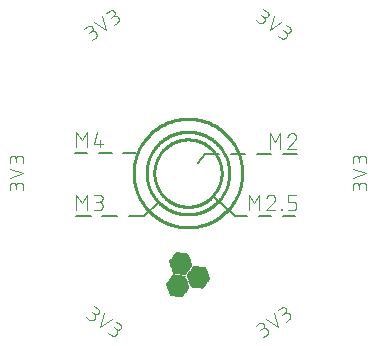
<source format=gbr>
G04 EAGLE Gerber X2 export*
%TF.Part,Single*%
%TF.FileFunction,Legend,Top,1*%
%TF.FilePolarity,Positive*%
%TF.GenerationSoftware,Autodesk,EAGLE,8.7.1*%
%TF.CreationDate,2018-07-15T20:11:00Z*%
G75*
%MOMM*%
%FSLAX34Y34*%
%LPD*%
%AMOC8*
5,1,8,0,0,1.08239X$1,22.5*%
G01*
%ADD10C,0.101600*%
%ADD11R,0.014731X0.014731*%
%ADD12R,0.147319X0.014731*%
%ADD13R,0.265175X0.014731*%
%ADD14R,0.383031X0.014731*%
%ADD15R,0.515619X0.014731*%
%ADD16R,0.633475X0.014731*%
%ADD17R,0.751331X0.014731*%
%ADD18R,0.883919X0.014731*%
%ADD19R,1.001775X0.014731*%
%ADD20R,1.119631X0.014731*%
%ADD21R,1.134363X0.014731*%
%ADD22R,1.149094X0.014731*%
%ADD23R,1.163825X0.014731*%
%ADD24R,1.178556X0.014731*%
%ADD25R,1.193288X0.014731*%
%ADD26R,1.222756X0.014731*%
%ADD27R,1.237488X0.014731*%
%ADD28R,1.266950X0.014731*%
%ADD29R,1.281681X0.014731*%
%ADD30R,1.311144X0.014731*%
%ADD31R,1.325881X0.014731*%
%ADD32R,1.355344X0.014731*%
%ADD33R,1.370075X0.014731*%
%ADD34R,1.384806X0.014731*%
%ADD35R,1.399538X0.014731*%
%ADD36R,1.414275X0.014731*%
%ADD37R,1.443738X0.014731*%
%ADD38R,1.458469X0.014731*%
%ADD39R,1.487931X0.014731*%
%ADD40R,1.502663X0.014731*%
%ADD41R,1.517394X0.014731*%
%ADD42R,1.532125X0.014731*%
%ADD43R,1.546856X0.014731*%
%ADD44R,1.576319X0.014731*%
%ADD45R,1.605788X0.014731*%
%ADD46R,1.620519X0.014731*%
%ADD47R,1.649981X0.014731*%
%ADD48R,1.664713X0.014731*%
%ADD49R,1.694175X0.014731*%
%ADD50R,1.708913X0.014731*%
%ADD51R,1.738375X0.014731*%
%ADD52R,1.753106X0.014731*%
%ADD53R,1.767838X0.014731*%
%ADD54R,1.782569X0.014731*%
%ADD55R,1.797306X0.014731*%
%ADD56R,0.117856X0.014731*%
%ADD57R,1.826769X0.014731*%
%ADD58R,0.235713X0.014731*%
%ADD59R,0.353569X0.014731*%
%ADD60R,1.856231X0.014731*%
%ADD61R,0.486156X0.014731*%
%ADD62R,1.870963X0.014731*%
%ADD63R,0.604013X0.014731*%
%ADD64R,0.721869X0.014731*%
%ADD65R,1.885694X0.014731*%
%ADD66R,0.839719X0.014731*%
%ADD67R,0.972306X0.014731*%
%ADD68R,1.090169X0.014731*%
%ADD69R,1.208025X0.014731*%
%ADD70R,1.252219X0.014731*%
%ADD71R,1.296412X0.014731*%
%ADD72R,1.340612X0.014731*%
%ADD73R,1.826763X0.014731*%
%ADD74R,1.414269X0.014731*%
%ADD75R,1.812031X0.014731*%
%ADD76R,1.429000X0.014731*%
%ADD77R,1.458462X0.014731*%
%ADD78R,1.473200X0.014731*%
%ADD79R,1.723644X0.014731*%
%ADD80R,1.694181X0.014731*%
%ADD81R,1.679450X0.014731*%
%ADD82R,1.561594X0.014731*%
%ADD83R,1.576325X0.014731*%
%ADD84R,1.591056X0.014731*%
%ADD85R,1.635250X0.014731*%
%ADD86R,1.561588X0.014731*%
%ADD87R,1.443731X0.014731*%
%ADD88R,1.797300X0.014731*%
%ADD89R,1.841500X0.014731*%
%ADD90R,1.311150X0.014731*%
%ADD91R,1.296419X0.014731*%
%ADD92R,1.193294X0.014731*%
%ADD93R,0.957575X0.014731*%
%ADD94R,0.589281X0.014731*%
%ADD95R,0.471425X0.014731*%
%ADD96R,0.220975X0.014731*%
%ADD97R,1.812038X0.014731*%
%ADD98R,0.103119X0.014731*%
%ADD99R,0.029463X0.014731*%
%ADD100R,0.162050X0.014731*%
%ADD101R,0.397763X0.014731*%
%ADD102R,0.648206X0.014731*%
%ADD103R,1.679444X0.014731*%
%ADD104R,1.016506X0.014731*%
%ADD105R,1.104900X0.014731*%
%ADD106R,1.222750X0.014731*%
%ADD107R,1.429006X0.014731*%
%ADD108R,1.208019X0.014731*%
%ADD109R,0.987044X0.014731*%
%ADD110R,0.854456X0.014731*%
%ADD111R,0.618744X0.014731*%
%ADD112R,0.500888X0.014731*%
%ADD113R,0.368300X0.014731*%
%ADD114R,0.132587X0.014731*%
%ADD115R,1.664719X0.014731*%
%ADD116R,1.075438X0.014731*%
%ADD117R,0.942844X0.014731*%
%ADD118R,0.707131X0.014731*%
%ADD119R,0.456694X0.014731*%
%ADD120R,0.088388X0.014731*%
%ADD121C,0.254000*%
%ADD122C,0.203200*%


D10*
X403428Y475532D02*
X406086Y473670D01*
X406180Y473607D01*
X406276Y473547D01*
X406374Y473490D01*
X406474Y473437D01*
X406576Y473387D01*
X406680Y473341D01*
X406785Y473299D01*
X406891Y473260D01*
X406999Y473225D01*
X407108Y473194D01*
X407218Y473166D01*
X407329Y473143D01*
X407440Y473123D01*
X407552Y473107D01*
X407665Y473095D01*
X407778Y473087D01*
X407891Y473083D01*
X408005Y473083D01*
X408118Y473087D01*
X408231Y473095D01*
X408344Y473107D01*
X408456Y473123D01*
X408567Y473143D01*
X408678Y473166D01*
X408788Y473194D01*
X408897Y473225D01*
X409005Y473260D01*
X409111Y473299D01*
X409216Y473341D01*
X409320Y473387D01*
X409422Y473437D01*
X409522Y473490D01*
X409620Y473547D01*
X409716Y473607D01*
X409810Y473670D01*
X409901Y473737D01*
X409991Y473806D01*
X410078Y473879D01*
X410162Y473955D01*
X410243Y474034D01*
X410322Y474115D01*
X410398Y474199D01*
X410471Y474286D01*
X410540Y474376D01*
X410607Y474467D01*
X410670Y474561D01*
X410730Y474657D01*
X410787Y474755D01*
X410840Y474855D01*
X410890Y474957D01*
X410936Y475061D01*
X410978Y475166D01*
X411017Y475272D01*
X411052Y475380D01*
X411083Y475489D01*
X411111Y475599D01*
X411134Y475710D01*
X411154Y475821D01*
X411170Y475933D01*
X411182Y476046D01*
X411190Y476159D01*
X411194Y476272D01*
X411194Y476386D01*
X411190Y476499D01*
X411182Y476612D01*
X411170Y476725D01*
X411154Y476837D01*
X411134Y476948D01*
X411111Y477059D01*
X411083Y477169D01*
X411052Y477278D01*
X411017Y477386D01*
X410978Y477492D01*
X410936Y477597D01*
X410890Y477701D01*
X410840Y477803D01*
X410787Y477903D01*
X410730Y478001D01*
X410670Y478097D01*
X410607Y478191D01*
X410540Y478282D01*
X410471Y478372D01*
X410398Y478459D01*
X410322Y478543D01*
X410243Y478624D01*
X410162Y478703D01*
X410078Y478779D01*
X409991Y478852D01*
X409902Y478921D01*
X409810Y478988D01*
X413320Y482869D02*
X410129Y485103D01*
X413319Y482869D02*
X413400Y482809D01*
X413479Y482747D01*
X413556Y482681D01*
X413630Y482613D01*
X413701Y482542D01*
X413769Y482468D01*
X413835Y482391D01*
X413897Y482312D01*
X413957Y482231D01*
X414013Y482147D01*
X414066Y482062D01*
X414115Y481974D01*
X414161Y481885D01*
X414204Y481793D01*
X414243Y481700D01*
X414278Y481606D01*
X414310Y481511D01*
X414338Y481414D01*
X414362Y481316D01*
X414382Y481218D01*
X414399Y481118D01*
X414411Y481018D01*
X414420Y480918D01*
X414425Y480818D01*
X414426Y480717D01*
X414423Y480616D01*
X414416Y480516D01*
X414405Y480416D01*
X414391Y480316D01*
X414372Y480217D01*
X414350Y480119D01*
X414324Y480022D01*
X414294Y479925D01*
X414261Y479831D01*
X414224Y479737D01*
X414183Y479645D01*
X414138Y479554D01*
X414091Y479466D01*
X414039Y479379D01*
X413985Y479295D01*
X413927Y479212D01*
X413866Y479132D01*
X413802Y479054D01*
X413735Y478979D01*
X413666Y478906D01*
X413593Y478837D01*
X413518Y478770D01*
X413440Y478706D01*
X413360Y478645D01*
X413277Y478587D01*
X413193Y478533D01*
X413106Y478481D01*
X413018Y478434D01*
X412927Y478389D01*
X412835Y478348D01*
X412741Y478311D01*
X412647Y478278D01*
X412550Y478248D01*
X412453Y478222D01*
X412355Y478200D01*
X412256Y478181D01*
X412156Y478167D01*
X412056Y478156D01*
X411956Y478149D01*
X411855Y478146D01*
X411754Y478147D01*
X411654Y478152D01*
X411554Y478161D01*
X411454Y478173D01*
X411354Y478190D01*
X411256Y478210D01*
X411158Y478234D01*
X411061Y478262D01*
X410966Y478294D01*
X410872Y478329D01*
X410779Y478368D01*
X410687Y478411D01*
X410598Y478457D01*
X410510Y478506D01*
X410425Y478559D01*
X410341Y478615D01*
X408214Y480105D01*
X418960Y478919D02*
X415449Y467114D01*
X425341Y474452D01*
X422153Y462420D02*
X424812Y460558D01*
X424906Y460495D01*
X425002Y460435D01*
X425100Y460378D01*
X425200Y460325D01*
X425302Y460275D01*
X425406Y460229D01*
X425511Y460187D01*
X425617Y460148D01*
X425725Y460113D01*
X425834Y460082D01*
X425944Y460054D01*
X426055Y460031D01*
X426166Y460011D01*
X426278Y459995D01*
X426391Y459983D01*
X426504Y459975D01*
X426617Y459971D01*
X426731Y459971D01*
X426844Y459975D01*
X426957Y459983D01*
X427070Y459995D01*
X427182Y460011D01*
X427293Y460031D01*
X427404Y460054D01*
X427514Y460082D01*
X427623Y460113D01*
X427731Y460148D01*
X427837Y460187D01*
X427942Y460229D01*
X428046Y460275D01*
X428148Y460325D01*
X428248Y460378D01*
X428346Y460435D01*
X428442Y460495D01*
X428536Y460558D01*
X428627Y460625D01*
X428717Y460694D01*
X428804Y460767D01*
X428888Y460843D01*
X428969Y460922D01*
X429048Y461003D01*
X429124Y461087D01*
X429197Y461174D01*
X429266Y461264D01*
X429333Y461355D01*
X429396Y461449D01*
X429456Y461545D01*
X429513Y461643D01*
X429566Y461743D01*
X429616Y461845D01*
X429662Y461949D01*
X429704Y462054D01*
X429743Y462160D01*
X429778Y462268D01*
X429809Y462377D01*
X429837Y462487D01*
X429860Y462598D01*
X429880Y462709D01*
X429896Y462821D01*
X429908Y462934D01*
X429916Y463047D01*
X429920Y463160D01*
X429920Y463274D01*
X429916Y463387D01*
X429908Y463500D01*
X429896Y463613D01*
X429880Y463725D01*
X429860Y463836D01*
X429837Y463947D01*
X429809Y464057D01*
X429778Y464166D01*
X429743Y464274D01*
X429704Y464380D01*
X429662Y464485D01*
X429616Y464589D01*
X429566Y464691D01*
X429513Y464791D01*
X429456Y464889D01*
X429396Y464985D01*
X429333Y465079D01*
X429266Y465170D01*
X429197Y465260D01*
X429124Y465347D01*
X429048Y465431D01*
X428969Y465512D01*
X428888Y465591D01*
X428804Y465667D01*
X428717Y465740D01*
X428628Y465809D01*
X428536Y465876D01*
X432045Y469757D02*
X428855Y471991D01*
X432045Y469757D02*
X432126Y469697D01*
X432205Y469635D01*
X432282Y469569D01*
X432356Y469501D01*
X432427Y469430D01*
X432495Y469356D01*
X432561Y469279D01*
X432623Y469200D01*
X432683Y469119D01*
X432739Y469035D01*
X432792Y468950D01*
X432841Y468862D01*
X432887Y468773D01*
X432930Y468681D01*
X432969Y468588D01*
X433004Y468494D01*
X433036Y468399D01*
X433064Y468302D01*
X433088Y468204D01*
X433108Y468106D01*
X433125Y468006D01*
X433137Y467906D01*
X433146Y467806D01*
X433151Y467706D01*
X433152Y467605D01*
X433149Y467504D01*
X433142Y467404D01*
X433131Y467304D01*
X433117Y467204D01*
X433098Y467105D01*
X433076Y467007D01*
X433050Y466910D01*
X433020Y466813D01*
X432987Y466719D01*
X432950Y466625D01*
X432909Y466533D01*
X432864Y466442D01*
X432817Y466354D01*
X432765Y466267D01*
X432711Y466183D01*
X432653Y466100D01*
X432592Y466020D01*
X432528Y465942D01*
X432461Y465867D01*
X432392Y465794D01*
X432319Y465725D01*
X432244Y465658D01*
X432166Y465594D01*
X432086Y465533D01*
X432003Y465475D01*
X431919Y465421D01*
X431832Y465369D01*
X431744Y465322D01*
X431653Y465277D01*
X431561Y465236D01*
X431467Y465199D01*
X431373Y465166D01*
X431276Y465136D01*
X431179Y465110D01*
X431081Y465088D01*
X430982Y465069D01*
X430882Y465055D01*
X430782Y465044D01*
X430682Y465037D01*
X430581Y465034D01*
X430480Y465035D01*
X430380Y465040D01*
X430280Y465049D01*
X430180Y465061D01*
X430080Y465078D01*
X429982Y465098D01*
X429884Y465122D01*
X429787Y465150D01*
X429692Y465182D01*
X429598Y465217D01*
X429505Y465256D01*
X429413Y465299D01*
X429324Y465345D01*
X429236Y465394D01*
X429151Y465447D01*
X429067Y465503D01*
X426940Y466993D01*
X497242Y334770D02*
X497242Y331524D01*
X497242Y334770D02*
X497240Y334883D01*
X497234Y334996D01*
X497224Y335109D01*
X497210Y335222D01*
X497193Y335334D01*
X497171Y335445D01*
X497146Y335555D01*
X497116Y335665D01*
X497083Y335773D01*
X497046Y335880D01*
X497006Y335986D01*
X496961Y336090D01*
X496913Y336193D01*
X496862Y336294D01*
X496807Y336393D01*
X496749Y336490D01*
X496687Y336585D01*
X496622Y336678D01*
X496554Y336768D01*
X496483Y336856D01*
X496408Y336942D01*
X496331Y337025D01*
X496251Y337105D01*
X496168Y337182D01*
X496082Y337257D01*
X495994Y337328D01*
X495904Y337396D01*
X495811Y337461D01*
X495716Y337523D01*
X495619Y337581D01*
X495520Y337636D01*
X495419Y337687D01*
X495316Y337735D01*
X495212Y337780D01*
X495106Y337820D01*
X494999Y337857D01*
X494891Y337890D01*
X494781Y337920D01*
X494671Y337945D01*
X494560Y337967D01*
X494448Y337984D01*
X494335Y337998D01*
X494222Y338008D01*
X494109Y338014D01*
X493996Y338016D01*
X493883Y338014D01*
X493770Y338008D01*
X493657Y337998D01*
X493544Y337984D01*
X493432Y337967D01*
X493321Y337945D01*
X493211Y337920D01*
X493101Y337890D01*
X492993Y337857D01*
X492886Y337820D01*
X492780Y337780D01*
X492676Y337735D01*
X492573Y337687D01*
X492472Y337636D01*
X492373Y337581D01*
X492276Y337523D01*
X492181Y337461D01*
X492088Y337396D01*
X491998Y337328D01*
X491910Y337257D01*
X491824Y337182D01*
X491741Y337105D01*
X491661Y337025D01*
X491584Y336942D01*
X491509Y336856D01*
X491438Y336768D01*
X491370Y336678D01*
X491305Y336585D01*
X491243Y336490D01*
X491185Y336393D01*
X491130Y336294D01*
X491079Y336193D01*
X491031Y336090D01*
X490986Y335986D01*
X490946Y335880D01*
X490909Y335773D01*
X490876Y335665D01*
X490846Y335555D01*
X490821Y335445D01*
X490799Y335334D01*
X490782Y335222D01*
X490768Y335109D01*
X490758Y334996D01*
X490752Y334883D01*
X490750Y334770D01*
X485558Y335419D02*
X485558Y331524D01*
X485558Y335419D02*
X485560Y335520D01*
X485566Y335620D01*
X485576Y335720D01*
X485589Y335820D01*
X485607Y335919D01*
X485628Y336018D01*
X485653Y336115D01*
X485682Y336212D01*
X485715Y336307D01*
X485751Y336401D01*
X485791Y336493D01*
X485834Y336584D01*
X485881Y336673D01*
X485931Y336760D01*
X485985Y336846D01*
X486042Y336929D01*
X486102Y337009D01*
X486165Y337088D01*
X486232Y337164D01*
X486301Y337237D01*
X486373Y337307D01*
X486447Y337375D01*
X486524Y337440D01*
X486604Y337501D01*
X486686Y337560D01*
X486770Y337615D01*
X486856Y337667D01*
X486944Y337716D01*
X487034Y337761D01*
X487126Y337803D01*
X487219Y337841D01*
X487314Y337875D01*
X487409Y337906D01*
X487506Y337933D01*
X487604Y337956D01*
X487703Y337976D01*
X487803Y337991D01*
X487903Y338003D01*
X488003Y338011D01*
X488104Y338015D01*
X488204Y338015D01*
X488305Y338011D01*
X488405Y338003D01*
X488505Y337991D01*
X488605Y337976D01*
X488704Y337956D01*
X488802Y337933D01*
X488899Y337906D01*
X488994Y337875D01*
X489089Y337841D01*
X489182Y337803D01*
X489274Y337761D01*
X489364Y337716D01*
X489452Y337667D01*
X489538Y337615D01*
X489622Y337560D01*
X489704Y337501D01*
X489784Y337440D01*
X489861Y337375D01*
X489935Y337307D01*
X490007Y337237D01*
X490076Y337164D01*
X490143Y337088D01*
X490206Y337009D01*
X490266Y336929D01*
X490323Y336846D01*
X490377Y336760D01*
X490427Y336673D01*
X490474Y336584D01*
X490517Y336493D01*
X490557Y336401D01*
X490593Y336307D01*
X490626Y336212D01*
X490655Y336115D01*
X490680Y336018D01*
X490701Y335919D01*
X490719Y335820D01*
X490732Y335720D01*
X490742Y335620D01*
X490748Y335520D01*
X490750Y335419D01*
X490751Y335419D02*
X490751Y332823D01*
X485558Y342305D02*
X497242Y346200D01*
X485558Y350095D01*
X497242Y354384D02*
X497242Y357630D01*
X497240Y357743D01*
X497234Y357856D01*
X497224Y357969D01*
X497210Y358082D01*
X497193Y358194D01*
X497171Y358305D01*
X497146Y358415D01*
X497116Y358525D01*
X497083Y358633D01*
X497046Y358740D01*
X497006Y358846D01*
X496961Y358950D01*
X496913Y359053D01*
X496862Y359154D01*
X496807Y359253D01*
X496749Y359350D01*
X496687Y359445D01*
X496622Y359538D01*
X496554Y359628D01*
X496483Y359716D01*
X496408Y359802D01*
X496331Y359885D01*
X496251Y359965D01*
X496168Y360042D01*
X496082Y360117D01*
X495994Y360188D01*
X495904Y360256D01*
X495811Y360321D01*
X495716Y360383D01*
X495619Y360441D01*
X495520Y360496D01*
X495419Y360547D01*
X495316Y360595D01*
X495212Y360640D01*
X495106Y360680D01*
X494999Y360717D01*
X494891Y360750D01*
X494781Y360780D01*
X494671Y360805D01*
X494560Y360827D01*
X494448Y360844D01*
X494335Y360858D01*
X494222Y360868D01*
X494109Y360874D01*
X493996Y360876D01*
X493883Y360874D01*
X493770Y360868D01*
X493657Y360858D01*
X493544Y360844D01*
X493432Y360827D01*
X493321Y360805D01*
X493211Y360780D01*
X493101Y360750D01*
X492993Y360717D01*
X492886Y360680D01*
X492780Y360640D01*
X492676Y360595D01*
X492573Y360547D01*
X492472Y360496D01*
X492373Y360441D01*
X492276Y360383D01*
X492181Y360321D01*
X492088Y360256D01*
X491998Y360188D01*
X491910Y360117D01*
X491824Y360042D01*
X491741Y359965D01*
X491661Y359885D01*
X491584Y359802D01*
X491509Y359716D01*
X491438Y359628D01*
X491370Y359538D01*
X491305Y359445D01*
X491243Y359350D01*
X491185Y359253D01*
X491130Y359154D01*
X491079Y359053D01*
X491031Y358950D01*
X490986Y358846D01*
X490946Y358740D01*
X490909Y358633D01*
X490876Y358525D01*
X490846Y358415D01*
X490821Y358305D01*
X490799Y358194D01*
X490782Y358082D01*
X490768Y357969D01*
X490758Y357856D01*
X490752Y357743D01*
X490750Y357630D01*
X485558Y358279D02*
X485558Y354384D01*
X485558Y358279D02*
X485560Y358380D01*
X485566Y358480D01*
X485576Y358580D01*
X485589Y358680D01*
X485607Y358779D01*
X485628Y358878D01*
X485653Y358975D01*
X485682Y359072D01*
X485715Y359167D01*
X485751Y359261D01*
X485791Y359353D01*
X485834Y359444D01*
X485881Y359533D01*
X485931Y359620D01*
X485985Y359706D01*
X486042Y359789D01*
X486102Y359869D01*
X486165Y359948D01*
X486232Y360024D01*
X486301Y360097D01*
X486373Y360167D01*
X486447Y360235D01*
X486524Y360300D01*
X486604Y360361D01*
X486686Y360420D01*
X486770Y360475D01*
X486856Y360527D01*
X486944Y360576D01*
X487034Y360621D01*
X487126Y360663D01*
X487219Y360701D01*
X487314Y360735D01*
X487409Y360766D01*
X487506Y360793D01*
X487604Y360816D01*
X487703Y360836D01*
X487803Y360851D01*
X487903Y360863D01*
X488003Y360871D01*
X488104Y360875D01*
X488204Y360875D01*
X488305Y360871D01*
X488405Y360863D01*
X488505Y360851D01*
X488605Y360836D01*
X488704Y360816D01*
X488802Y360793D01*
X488899Y360766D01*
X488994Y360735D01*
X489089Y360701D01*
X489182Y360663D01*
X489274Y360621D01*
X489364Y360576D01*
X489452Y360527D01*
X489538Y360475D01*
X489622Y360420D01*
X489704Y360361D01*
X489784Y360300D01*
X489861Y360235D01*
X489935Y360167D01*
X490007Y360097D01*
X490076Y360024D01*
X490143Y359948D01*
X490206Y359869D01*
X490266Y359789D01*
X490323Y359706D01*
X490377Y359620D01*
X490427Y359533D01*
X490474Y359444D01*
X490517Y359353D01*
X490557Y359261D01*
X490593Y359167D01*
X490626Y359072D01*
X490655Y358975D01*
X490680Y358878D01*
X490701Y358779D01*
X490719Y358680D01*
X490732Y358580D01*
X490742Y358480D01*
X490748Y358380D01*
X490750Y358279D01*
X490751Y358279D02*
X490751Y355683D01*
X412788Y209159D02*
X410129Y207297D01*
X412788Y209158D02*
X412879Y209225D01*
X412969Y209294D01*
X413056Y209367D01*
X413140Y209443D01*
X413221Y209522D01*
X413300Y209603D01*
X413376Y209687D01*
X413449Y209774D01*
X413518Y209864D01*
X413585Y209955D01*
X413648Y210049D01*
X413708Y210145D01*
X413765Y210243D01*
X413818Y210343D01*
X413868Y210445D01*
X413914Y210549D01*
X413956Y210654D01*
X413995Y210760D01*
X414030Y210868D01*
X414061Y210977D01*
X414089Y211087D01*
X414112Y211198D01*
X414132Y211309D01*
X414148Y211421D01*
X414160Y211534D01*
X414168Y211647D01*
X414172Y211760D01*
X414172Y211874D01*
X414168Y211987D01*
X414160Y212100D01*
X414148Y212213D01*
X414132Y212325D01*
X414112Y212436D01*
X414089Y212547D01*
X414061Y212657D01*
X414030Y212766D01*
X413995Y212874D01*
X413956Y212980D01*
X413914Y213085D01*
X413868Y213189D01*
X413818Y213291D01*
X413765Y213391D01*
X413708Y213489D01*
X413648Y213585D01*
X413585Y213679D01*
X413518Y213770D01*
X413449Y213860D01*
X413376Y213947D01*
X413300Y214031D01*
X413221Y214112D01*
X413140Y214191D01*
X413056Y214267D01*
X412969Y214340D01*
X412880Y214409D01*
X412788Y214476D01*
X412694Y214539D01*
X412598Y214599D01*
X412500Y214656D01*
X412400Y214709D01*
X412298Y214759D01*
X412194Y214805D01*
X412089Y214847D01*
X411983Y214886D01*
X411875Y214921D01*
X411766Y214952D01*
X411656Y214980D01*
X411545Y215003D01*
X411434Y215023D01*
X411322Y215039D01*
X411209Y215051D01*
X411096Y215059D01*
X410983Y215063D01*
X410869Y215063D01*
X410756Y215059D01*
X410643Y215051D01*
X410530Y215039D01*
X410418Y215023D01*
X410307Y215003D01*
X410196Y214980D01*
X410086Y214952D01*
X409977Y214921D01*
X409869Y214886D01*
X409763Y214847D01*
X409658Y214805D01*
X409554Y214759D01*
X409452Y214709D01*
X409352Y214656D01*
X409254Y214599D01*
X409158Y214539D01*
X409064Y214476D01*
X406618Y219102D02*
X403428Y216868D01*
X406618Y219102D02*
X406702Y219158D01*
X406787Y219211D01*
X406875Y219260D01*
X406964Y219306D01*
X407056Y219349D01*
X407149Y219388D01*
X407243Y219423D01*
X407338Y219455D01*
X407435Y219483D01*
X407533Y219507D01*
X407631Y219527D01*
X407731Y219544D01*
X407831Y219556D01*
X407931Y219565D01*
X408032Y219570D01*
X408132Y219571D01*
X408233Y219568D01*
X408333Y219561D01*
X408433Y219550D01*
X408533Y219536D01*
X408632Y219517D01*
X408730Y219495D01*
X408827Y219469D01*
X408924Y219439D01*
X409019Y219406D01*
X409112Y219369D01*
X409204Y219328D01*
X409295Y219283D01*
X409383Y219236D01*
X409470Y219184D01*
X409554Y219130D01*
X409637Y219072D01*
X409717Y219011D01*
X409795Y218947D01*
X409870Y218880D01*
X409943Y218811D01*
X410012Y218738D01*
X410079Y218663D01*
X410143Y218585D01*
X410204Y218505D01*
X410262Y218422D01*
X410316Y218338D01*
X410368Y218251D01*
X410415Y218163D01*
X410460Y218072D01*
X410501Y217980D01*
X410538Y217886D01*
X410571Y217792D01*
X410601Y217695D01*
X410627Y217598D01*
X410649Y217500D01*
X410668Y217401D01*
X410682Y217301D01*
X410693Y217201D01*
X410700Y217101D01*
X410703Y217000D01*
X410702Y216900D01*
X410697Y216799D01*
X410688Y216699D01*
X410676Y216599D01*
X410659Y216499D01*
X410639Y216401D01*
X410615Y216303D01*
X410587Y216206D01*
X410555Y216111D01*
X410520Y216017D01*
X410481Y215924D01*
X410438Y215832D01*
X410392Y215743D01*
X410343Y215655D01*
X410290Y215570D01*
X410234Y215486D01*
X410174Y215405D01*
X410112Y215326D01*
X410046Y215249D01*
X409978Y215175D01*
X409907Y215104D01*
X409833Y215036D01*
X409756Y214970D01*
X409677Y214908D01*
X409596Y214848D01*
X407470Y213359D01*
X412259Y223052D02*
X422151Y215714D01*
X418639Y227519D01*
X428855Y220409D02*
X431514Y222270D01*
X431605Y222337D01*
X431695Y222406D01*
X431782Y222479D01*
X431866Y222555D01*
X431947Y222634D01*
X432026Y222715D01*
X432102Y222799D01*
X432175Y222886D01*
X432244Y222976D01*
X432311Y223067D01*
X432374Y223161D01*
X432434Y223257D01*
X432491Y223355D01*
X432544Y223455D01*
X432594Y223557D01*
X432640Y223661D01*
X432682Y223766D01*
X432721Y223872D01*
X432756Y223980D01*
X432787Y224089D01*
X432815Y224199D01*
X432838Y224310D01*
X432858Y224421D01*
X432874Y224533D01*
X432886Y224646D01*
X432894Y224759D01*
X432898Y224872D01*
X432898Y224986D01*
X432894Y225099D01*
X432886Y225212D01*
X432874Y225325D01*
X432858Y225437D01*
X432838Y225548D01*
X432815Y225659D01*
X432787Y225769D01*
X432756Y225878D01*
X432721Y225986D01*
X432682Y226092D01*
X432640Y226197D01*
X432594Y226301D01*
X432544Y226403D01*
X432491Y226503D01*
X432434Y226601D01*
X432374Y226697D01*
X432311Y226791D01*
X432244Y226882D01*
X432175Y226972D01*
X432102Y227059D01*
X432026Y227143D01*
X431947Y227224D01*
X431866Y227303D01*
X431782Y227379D01*
X431695Y227452D01*
X431606Y227521D01*
X431514Y227588D01*
X431420Y227651D01*
X431324Y227711D01*
X431226Y227768D01*
X431126Y227821D01*
X431024Y227871D01*
X430920Y227917D01*
X430815Y227959D01*
X430709Y227998D01*
X430601Y228033D01*
X430492Y228064D01*
X430382Y228092D01*
X430271Y228115D01*
X430160Y228135D01*
X430048Y228151D01*
X429935Y228163D01*
X429822Y228171D01*
X429709Y228175D01*
X429595Y228175D01*
X429482Y228171D01*
X429369Y228163D01*
X429256Y228151D01*
X429144Y228135D01*
X429033Y228115D01*
X428922Y228092D01*
X428812Y228064D01*
X428703Y228033D01*
X428595Y227998D01*
X428489Y227959D01*
X428384Y227917D01*
X428280Y227871D01*
X428178Y227821D01*
X428078Y227768D01*
X427980Y227711D01*
X427884Y227651D01*
X427790Y227588D01*
X425344Y232214D02*
X422153Y229980D01*
X425344Y232214D02*
X425428Y232270D01*
X425513Y232323D01*
X425601Y232372D01*
X425690Y232418D01*
X425782Y232461D01*
X425875Y232500D01*
X425969Y232535D01*
X426064Y232567D01*
X426161Y232595D01*
X426259Y232619D01*
X426357Y232639D01*
X426457Y232656D01*
X426557Y232668D01*
X426657Y232677D01*
X426758Y232682D01*
X426858Y232683D01*
X426959Y232680D01*
X427059Y232673D01*
X427159Y232662D01*
X427259Y232648D01*
X427358Y232629D01*
X427456Y232607D01*
X427553Y232581D01*
X427650Y232551D01*
X427745Y232518D01*
X427838Y232481D01*
X427930Y232440D01*
X428021Y232395D01*
X428109Y232348D01*
X428196Y232296D01*
X428280Y232242D01*
X428363Y232184D01*
X428443Y232123D01*
X428521Y232059D01*
X428596Y231992D01*
X428669Y231923D01*
X428738Y231850D01*
X428805Y231775D01*
X428869Y231697D01*
X428930Y231617D01*
X428988Y231534D01*
X429042Y231450D01*
X429094Y231363D01*
X429141Y231275D01*
X429186Y231184D01*
X429227Y231092D01*
X429264Y230998D01*
X429297Y230904D01*
X429327Y230807D01*
X429353Y230710D01*
X429375Y230612D01*
X429394Y230513D01*
X429408Y230413D01*
X429419Y230313D01*
X429426Y230213D01*
X429429Y230112D01*
X429428Y230012D01*
X429423Y229911D01*
X429414Y229811D01*
X429402Y229711D01*
X429385Y229611D01*
X429365Y229513D01*
X429341Y229415D01*
X429313Y229318D01*
X429281Y229223D01*
X429246Y229129D01*
X429207Y229036D01*
X429164Y228944D01*
X429118Y228855D01*
X429069Y228767D01*
X429016Y228682D01*
X428960Y228598D01*
X428900Y228517D01*
X428838Y228438D01*
X428772Y228361D01*
X428704Y228287D01*
X428633Y228216D01*
X428559Y228148D01*
X428482Y228082D01*
X428403Y228020D01*
X428322Y227960D01*
X426195Y226471D01*
X206842Y331524D02*
X206842Y334770D01*
X206840Y334883D01*
X206834Y334996D01*
X206824Y335109D01*
X206810Y335222D01*
X206793Y335334D01*
X206771Y335445D01*
X206746Y335555D01*
X206716Y335665D01*
X206683Y335773D01*
X206646Y335880D01*
X206606Y335986D01*
X206561Y336090D01*
X206513Y336193D01*
X206462Y336294D01*
X206407Y336393D01*
X206349Y336490D01*
X206287Y336585D01*
X206222Y336678D01*
X206154Y336768D01*
X206083Y336856D01*
X206008Y336942D01*
X205931Y337025D01*
X205851Y337105D01*
X205768Y337182D01*
X205682Y337257D01*
X205594Y337328D01*
X205504Y337396D01*
X205411Y337461D01*
X205316Y337523D01*
X205219Y337581D01*
X205120Y337636D01*
X205019Y337687D01*
X204916Y337735D01*
X204812Y337780D01*
X204706Y337820D01*
X204599Y337857D01*
X204491Y337890D01*
X204381Y337920D01*
X204271Y337945D01*
X204160Y337967D01*
X204048Y337984D01*
X203935Y337998D01*
X203822Y338008D01*
X203709Y338014D01*
X203596Y338016D01*
X203483Y338014D01*
X203370Y338008D01*
X203257Y337998D01*
X203144Y337984D01*
X203032Y337967D01*
X202921Y337945D01*
X202811Y337920D01*
X202701Y337890D01*
X202593Y337857D01*
X202486Y337820D01*
X202380Y337780D01*
X202276Y337735D01*
X202173Y337687D01*
X202072Y337636D01*
X201973Y337581D01*
X201876Y337523D01*
X201781Y337461D01*
X201688Y337396D01*
X201598Y337328D01*
X201510Y337257D01*
X201424Y337182D01*
X201341Y337105D01*
X201261Y337025D01*
X201184Y336942D01*
X201109Y336856D01*
X201038Y336768D01*
X200970Y336678D01*
X200905Y336585D01*
X200843Y336490D01*
X200785Y336393D01*
X200730Y336294D01*
X200679Y336193D01*
X200631Y336090D01*
X200586Y335986D01*
X200546Y335880D01*
X200509Y335773D01*
X200476Y335665D01*
X200446Y335555D01*
X200421Y335445D01*
X200399Y335334D01*
X200382Y335222D01*
X200368Y335109D01*
X200358Y334996D01*
X200352Y334883D01*
X200350Y334770D01*
X195158Y335419D02*
X195158Y331524D01*
X195158Y335419D02*
X195160Y335520D01*
X195166Y335620D01*
X195176Y335720D01*
X195189Y335820D01*
X195207Y335919D01*
X195228Y336018D01*
X195253Y336115D01*
X195282Y336212D01*
X195315Y336307D01*
X195351Y336401D01*
X195391Y336493D01*
X195434Y336584D01*
X195481Y336673D01*
X195531Y336760D01*
X195585Y336846D01*
X195642Y336929D01*
X195702Y337009D01*
X195765Y337088D01*
X195832Y337164D01*
X195901Y337237D01*
X195973Y337307D01*
X196047Y337375D01*
X196124Y337440D01*
X196204Y337501D01*
X196286Y337560D01*
X196370Y337615D01*
X196456Y337667D01*
X196544Y337716D01*
X196634Y337761D01*
X196726Y337803D01*
X196819Y337841D01*
X196914Y337875D01*
X197009Y337906D01*
X197106Y337933D01*
X197204Y337956D01*
X197303Y337976D01*
X197403Y337991D01*
X197503Y338003D01*
X197603Y338011D01*
X197704Y338015D01*
X197804Y338015D01*
X197905Y338011D01*
X198005Y338003D01*
X198105Y337991D01*
X198205Y337976D01*
X198304Y337956D01*
X198402Y337933D01*
X198499Y337906D01*
X198594Y337875D01*
X198689Y337841D01*
X198782Y337803D01*
X198874Y337761D01*
X198964Y337716D01*
X199052Y337667D01*
X199138Y337615D01*
X199222Y337560D01*
X199304Y337501D01*
X199384Y337440D01*
X199461Y337375D01*
X199535Y337307D01*
X199607Y337237D01*
X199676Y337164D01*
X199743Y337088D01*
X199806Y337009D01*
X199866Y336929D01*
X199923Y336846D01*
X199977Y336760D01*
X200027Y336673D01*
X200074Y336584D01*
X200117Y336493D01*
X200157Y336401D01*
X200193Y336307D01*
X200226Y336212D01*
X200255Y336115D01*
X200280Y336018D01*
X200301Y335919D01*
X200319Y335820D01*
X200332Y335720D01*
X200342Y335620D01*
X200348Y335520D01*
X200350Y335419D01*
X200351Y335419D02*
X200351Y332823D01*
X195158Y342305D02*
X206842Y346200D01*
X195158Y350095D01*
X206842Y354384D02*
X206842Y357630D01*
X206840Y357743D01*
X206834Y357856D01*
X206824Y357969D01*
X206810Y358082D01*
X206793Y358194D01*
X206771Y358305D01*
X206746Y358415D01*
X206716Y358525D01*
X206683Y358633D01*
X206646Y358740D01*
X206606Y358846D01*
X206561Y358950D01*
X206513Y359053D01*
X206462Y359154D01*
X206407Y359253D01*
X206349Y359350D01*
X206287Y359445D01*
X206222Y359538D01*
X206154Y359628D01*
X206083Y359716D01*
X206008Y359802D01*
X205931Y359885D01*
X205851Y359965D01*
X205768Y360042D01*
X205682Y360117D01*
X205594Y360188D01*
X205504Y360256D01*
X205411Y360321D01*
X205316Y360383D01*
X205219Y360441D01*
X205120Y360496D01*
X205019Y360547D01*
X204916Y360595D01*
X204812Y360640D01*
X204706Y360680D01*
X204599Y360717D01*
X204491Y360750D01*
X204381Y360780D01*
X204271Y360805D01*
X204160Y360827D01*
X204048Y360844D01*
X203935Y360858D01*
X203822Y360868D01*
X203709Y360874D01*
X203596Y360876D01*
X203483Y360874D01*
X203370Y360868D01*
X203257Y360858D01*
X203144Y360844D01*
X203032Y360827D01*
X202921Y360805D01*
X202811Y360780D01*
X202701Y360750D01*
X202593Y360717D01*
X202486Y360680D01*
X202380Y360640D01*
X202276Y360595D01*
X202173Y360547D01*
X202072Y360496D01*
X201973Y360441D01*
X201876Y360383D01*
X201781Y360321D01*
X201688Y360256D01*
X201598Y360188D01*
X201510Y360117D01*
X201424Y360042D01*
X201341Y359965D01*
X201261Y359885D01*
X201184Y359802D01*
X201109Y359716D01*
X201038Y359628D01*
X200970Y359538D01*
X200905Y359445D01*
X200843Y359350D01*
X200785Y359253D01*
X200730Y359154D01*
X200679Y359053D01*
X200631Y358950D01*
X200586Y358846D01*
X200546Y358740D01*
X200509Y358633D01*
X200476Y358525D01*
X200446Y358415D01*
X200421Y358305D01*
X200399Y358194D01*
X200382Y358082D01*
X200368Y357969D01*
X200358Y357856D01*
X200352Y357743D01*
X200350Y357630D01*
X195158Y358279D02*
X195158Y354384D01*
X195158Y358279D02*
X195160Y358380D01*
X195166Y358480D01*
X195176Y358580D01*
X195189Y358680D01*
X195207Y358779D01*
X195228Y358878D01*
X195253Y358975D01*
X195282Y359072D01*
X195315Y359167D01*
X195351Y359261D01*
X195391Y359353D01*
X195434Y359444D01*
X195481Y359533D01*
X195531Y359620D01*
X195585Y359706D01*
X195642Y359789D01*
X195702Y359869D01*
X195765Y359948D01*
X195832Y360024D01*
X195901Y360097D01*
X195973Y360167D01*
X196047Y360235D01*
X196124Y360300D01*
X196204Y360361D01*
X196286Y360420D01*
X196370Y360475D01*
X196456Y360527D01*
X196544Y360576D01*
X196634Y360621D01*
X196726Y360663D01*
X196819Y360701D01*
X196914Y360735D01*
X197009Y360766D01*
X197106Y360793D01*
X197204Y360816D01*
X197303Y360836D01*
X197403Y360851D01*
X197503Y360863D01*
X197603Y360871D01*
X197704Y360875D01*
X197804Y360875D01*
X197905Y360871D01*
X198005Y360863D01*
X198105Y360851D01*
X198205Y360836D01*
X198304Y360816D01*
X198402Y360793D01*
X198499Y360766D01*
X198594Y360735D01*
X198689Y360701D01*
X198782Y360663D01*
X198874Y360621D01*
X198964Y360576D01*
X199052Y360527D01*
X199138Y360475D01*
X199222Y360420D01*
X199304Y360361D01*
X199384Y360300D01*
X199461Y360235D01*
X199535Y360167D01*
X199607Y360097D01*
X199676Y360024D01*
X199743Y359948D01*
X199806Y359869D01*
X199866Y359789D01*
X199923Y359706D01*
X199977Y359620D01*
X200027Y359533D01*
X200074Y359444D01*
X200117Y359353D01*
X200157Y359261D01*
X200193Y359167D01*
X200226Y359072D01*
X200255Y358975D01*
X200280Y358878D01*
X200301Y358779D01*
X200319Y358680D01*
X200332Y358580D01*
X200342Y358480D01*
X200348Y358380D01*
X200350Y358279D01*
X200351Y358279D02*
X200351Y355683D01*
X264929Y458697D02*
X267588Y460559D01*
X267588Y460558D02*
X267679Y460625D01*
X267769Y460694D01*
X267856Y460767D01*
X267940Y460843D01*
X268021Y460922D01*
X268100Y461003D01*
X268176Y461087D01*
X268249Y461174D01*
X268318Y461264D01*
X268385Y461355D01*
X268448Y461449D01*
X268508Y461545D01*
X268565Y461643D01*
X268618Y461743D01*
X268668Y461845D01*
X268714Y461949D01*
X268756Y462054D01*
X268795Y462160D01*
X268830Y462268D01*
X268861Y462377D01*
X268889Y462487D01*
X268912Y462598D01*
X268932Y462709D01*
X268948Y462821D01*
X268960Y462934D01*
X268968Y463047D01*
X268972Y463160D01*
X268972Y463274D01*
X268968Y463387D01*
X268960Y463500D01*
X268948Y463613D01*
X268932Y463725D01*
X268912Y463836D01*
X268889Y463947D01*
X268861Y464057D01*
X268830Y464166D01*
X268795Y464274D01*
X268756Y464380D01*
X268714Y464485D01*
X268668Y464589D01*
X268618Y464691D01*
X268565Y464791D01*
X268508Y464889D01*
X268448Y464985D01*
X268385Y465079D01*
X268318Y465170D01*
X268249Y465260D01*
X268176Y465347D01*
X268100Y465431D01*
X268021Y465512D01*
X267940Y465591D01*
X267856Y465667D01*
X267769Y465740D01*
X267680Y465809D01*
X267588Y465876D01*
X267494Y465939D01*
X267398Y465999D01*
X267300Y466056D01*
X267200Y466109D01*
X267098Y466159D01*
X266994Y466205D01*
X266889Y466247D01*
X266783Y466286D01*
X266675Y466321D01*
X266566Y466352D01*
X266456Y466380D01*
X266345Y466403D01*
X266234Y466423D01*
X266122Y466439D01*
X266009Y466451D01*
X265896Y466459D01*
X265783Y466463D01*
X265669Y466463D01*
X265556Y466459D01*
X265443Y466451D01*
X265330Y466439D01*
X265218Y466423D01*
X265107Y466403D01*
X264996Y466380D01*
X264886Y466352D01*
X264777Y466321D01*
X264669Y466286D01*
X264563Y466247D01*
X264458Y466205D01*
X264354Y466159D01*
X264252Y466109D01*
X264152Y466056D01*
X264054Y465999D01*
X263958Y465939D01*
X263864Y465876D01*
X261418Y470502D02*
X258228Y468268D01*
X261418Y470502D02*
X261502Y470558D01*
X261587Y470611D01*
X261675Y470660D01*
X261764Y470706D01*
X261856Y470749D01*
X261949Y470788D01*
X262043Y470823D01*
X262138Y470855D01*
X262235Y470883D01*
X262333Y470907D01*
X262431Y470927D01*
X262531Y470944D01*
X262631Y470956D01*
X262731Y470965D01*
X262832Y470970D01*
X262932Y470971D01*
X263033Y470968D01*
X263133Y470961D01*
X263233Y470950D01*
X263333Y470936D01*
X263432Y470917D01*
X263530Y470895D01*
X263627Y470869D01*
X263724Y470839D01*
X263819Y470806D01*
X263912Y470769D01*
X264004Y470728D01*
X264095Y470683D01*
X264183Y470636D01*
X264270Y470584D01*
X264354Y470530D01*
X264437Y470472D01*
X264517Y470411D01*
X264595Y470347D01*
X264670Y470280D01*
X264743Y470211D01*
X264812Y470138D01*
X264879Y470063D01*
X264943Y469985D01*
X265004Y469905D01*
X265062Y469822D01*
X265116Y469738D01*
X265168Y469651D01*
X265215Y469563D01*
X265260Y469472D01*
X265301Y469380D01*
X265338Y469286D01*
X265371Y469192D01*
X265401Y469095D01*
X265427Y468998D01*
X265449Y468900D01*
X265468Y468801D01*
X265482Y468701D01*
X265493Y468601D01*
X265500Y468501D01*
X265503Y468400D01*
X265502Y468300D01*
X265497Y468199D01*
X265488Y468099D01*
X265476Y467999D01*
X265459Y467899D01*
X265439Y467801D01*
X265415Y467703D01*
X265387Y467606D01*
X265355Y467511D01*
X265320Y467417D01*
X265281Y467324D01*
X265238Y467232D01*
X265192Y467143D01*
X265143Y467055D01*
X265090Y466970D01*
X265034Y466886D01*
X264974Y466805D01*
X264912Y466726D01*
X264846Y466649D01*
X264778Y466575D01*
X264707Y466504D01*
X264633Y466436D01*
X264556Y466370D01*
X264477Y466308D01*
X264396Y466248D01*
X262270Y464759D01*
X267059Y474452D02*
X276951Y467114D01*
X273439Y478919D01*
X283655Y471809D02*
X286314Y473670D01*
X286405Y473737D01*
X286495Y473806D01*
X286582Y473879D01*
X286666Y473955D01*
X286747Y474034D01*
X286826Y474115D01*
X286902Y474199D01*
X286975Y474286D01*
X287044Y474376D01*
X287111Y474467D01*
X287174Y474561D01*
X287234Y474657D01*
X287291Y474755D01*
X287344Y474855D01*
X287394Y474957D01*
X287440Y475061D01*
X287482Y475166D01*
X287521Y475272D01*
X287556Y475380D01*
X287587Y475489D01*
X287615Y475599D01*
X287638Y475710D01*
X287658Y475821D01*
X287674Y475933D01*
X287686Y476046D01*
X287694Y476159D01*
X287698Y476272D01*
X287698Y476386D01*
X287694Y476499D01*
X287686Y476612D01*
X287674Y476725D01*
X287658Y476837D01*
X287638Y476948D01*
X287615Y477059D01*
X287587Y477169D01*
X287556Y477278D01*
X287521Y477386D01*
X287482Y477492D01*
X287440Y477597D01*
X287394Y477701D01*
X287344Y477803D01*
X287291Y477903D01*
X287234Y478001D01*
X287174Y478097D01*
X287111Y478191D01*
X287044Y478282D01*
X286975Y478372D01*
X286902Y478459D01*
X286826Y478543D01*
X286747Y478624D01*
X286666Y478703D01*
X286582Y478779D01*
X286495Y478852D01*
X286406Y478921D01*
X286314Y478988D01*
X286220Y479051D01*
X286124Y479111D01*
X286026Y479168D01*
X285926Y479221D01*
X285824Y479271D01*
X285720Y479317D01*
X285615Y479359D01*
X285509Y479398D01*
X285401Y479433D01*
X285292Y479464D01*
X285182Y479492D01*
X285071Y479515D01*
X284960Y479535D01*
X284848Y479551D01*
X284735Y479563D01*
X284622Y479571D01*
X284509Y479575D01*
X284395Y479575D01*
X284282Y479571D01*
X284169Y479563D01*
X284056Y479551D01*
X283944Y479535D01*
X283833Y479515D01*
X283722Y479492D01*
X283612Y479464D01*
X283503Y479433D01*
X283395Y479398D01*
X283289Y479359D01*
X283184Y479317D01*
X283080Y479271D01*
X282978Y479221D01*
X282878Y479168D01*
X282780Y479111D01*
X282684Y479051D01*
X282590Y478988D01*
X280144Y483614D02*
X276953Y481380D01*
X280144Y483614D02*
X280228Y483670D01*
X280313Y483723D01*
X280401Y483772D01*
X280490Y483818D01*
X280582Y483861D01*
X280675Y483900D01*
X280769Y483935D01*
X280864Y483967D01*
X280961Y483995D01*
X281059Y484019D01*
X281157Y484039D01*
X281257Y484056D01*
X281357Y484068D01*
X281457Y484077D01*
X281558Y484082D01*
X281658Y484083D01*
X281759Y484080D01*
X281859Y484073D01*
X281959Y484062D01*
X282059Y484048D01*
X282158Y484029D01*
X282256Y484007D01*
X282353Y483981D01*
X282450Y483951D01*
X282545Y483918D01*
X282638Y483881D01*
X282730Y483840D01*
X282821Y483795D01*
X282909Y483748D01*
X282996Y483696D01*
X283080Y483642D01*
X283163Y483584D01*
X283243Y483523D01*
X283321Y483459D01*
X283396Y483392D01*
X283469Y483323D01*
X283538Y483250D01*
X283605Y483175D01*
X283669Y483097D01*
X283730Y483017D01*
X283788Y482934D01*
X283842Y482850D01*
X283894Y482763D01*
X283941Y482675D01*
X283986Y482584D01*
X284027Y482492D01*
X284064Y482398D01*
X284097Y482304D01*
X284127Y482207D01*
X284153Y482110D01*
X284175Y482012D01*
X284194Y481913D01*
X284208Y481813D01*
X284219Y481713D01*
X284226Y481613D01*
X284229Y481512D01*
X284228Y481412D01*
X284223Y481311D01*
X284214Y481211D01*
X284202Y481111D01*
X284185Y481011D01*
X284165Y480913D01*
X284141Y480815D01*
X284113Y480718D01*
X284081Y480623D01*
X284046Y480529D01*
X284007Y480436D01*
X283964Y480344D01*
X283918Y480255D01*
X283869Y480167D01*
X283816Y480082D01*
X283760Y479998D01*
X283700Y479917D01*
X283638Y479838D01*
X283572Y479761D01*
X283504Y479687D01*
X283433Y479616D01*
X283359Y479548D01*
X283282Y479482D01*
X283203Y479420D01*
X283122Y479360D01*
X280995Y477871D01*
D11*
X341462Y240899D03*
D12*
X340947Y241046D03*
D13*
X340357Y241193D03*
D14*
X339916Y241341D03*
D15*
X339400Y241488D03*
D16*
X338958Y241635D03*
D17*
X338369Y241783D03*
D18*
X337853Y241930D03*
D19*
X337411Y242077D03*
D20*
X336969Y242225D03*
D21*
X336895Y242372D03*
D22*
X336969Y242519D03*
D23*
X337043Y242667D03*
D24*
X336969Y242814D03*
D25*
X337043Y242961D03*
D26*
X337043Y243108D03*
D27*
X337116Y243256D03*
X337116Y243403D03*
D28*
X337116Y243550D03*
D29*
X337190Y243698D03*
D30*
X337190Y243845D03*
X337190Y243992D03*
D31*
X337264Y244140D03*
D32*
X337264Y244287D03*
D33*
X337337Y244434D03*
D34*
X337264Y244582D03*
D35*
X337337Y244729D03*
D36*
X337411Y244876D03*
D37*
X337411Y245024D03*
X337411Y245171D03*
D38*
X337485Y245318D03*
D39*
X337485Y245466D03*
D40*
X337558Y245613D03*
D41*
X337485Y245760D03*
D42*
X337558Y245908D03*
D43*
X337632Y246055D03*
D44*
X337632Y246202D03*
X337632Y246350D03*
D45*
X337632Y246497D03*
D46*
X337706Y246644D03*
X337706Y246791D03*
D47*
X337706Y246939D03*
D48*
X337779Y247086D03*
D49*
X337779Y247233D03*
X337779Y247381D03*
D50*
X337853Y247528D03*
D51*
X337853Y247675D03*
D52*
X337927Y247823D03*
D53*
X337853Y247970D03*
D54*
X337927Y248117D03*
D55*
X338000Y248265D03*
D56*
X358478Y248265D03*
D57*
X338000Y248412D03*
D58*
X357889Y248412D03*
D57*
X338000Y248559D03*
D59*
X357447Y248559D03*
D60*
X338000Y248707D03*
D61*
X356931Y248707D03*
D62*
X338074Y248854D03*
D63*
X356489Y248854D03*
D62*
X338074Y249001D03*
D64*
X355900Y249001D03*
D65*
X338000Y249149D03*
D66*
X355458Y249149D03*
D65*
X338000Y249296D03*
D67*
X354942Y249296D03*
D62*
X337927Y249443D03*
D68*
X354500Y249443D03*
D65*
X337853Y249591D03*
D20*
X354353Y249591D03*
D65*
X337853Y249738D03*
D22*
X354353Y249738D03*
D65*
X337706Y249885D03*
D23*
X354427Y249885D03*
D65*
X337706Y250033D03*
D24*
X354500Y250033D03*
D62*
X337632Y250180D03*
D25*
X354427Y250180D03*
D65*
X337558Y250327D03*
D69*
X354500Y250327D03*
D65*
X337558Y250474D03*
D27*
X354500Y250474D03*
D65*
X337411Y250622D03*
D70*
X354574Y250622D03*
D65*
X337411Y250769D03*
D70*
X354574Y250769D03*
D62*
X337337Y250916D03*
D29*
X354574Y250916D03*
D65*
X337264Y251064D03*
D71*
X354648Y251064D03*
D65*
X337264Y251211D03*
D31*
X354648Y251211D03*
D65*
X337116Y251358D03*
D31*
X354648Y251358D03*
D65*
X337116Y251506D03*
D72*
X354721Y251506D03*
D62*
X337043Y251653D03*
D33*
X354721Y251653D03*
D60*
X337116Y251800D03*
D34*
X354795Y251800D03*
D60*
X337116Y251948D03*
D35*
X354721Y251948D03*
D73*
X337116Y252095D03*
D74*
X354795Y252095D03*
D75*
X337190Y252242D03*
D76*
X354868Y252242D03*
D54*
X337190Y252390D03*
D77*
X354868Y252390D03*
D54*
X337190Y252537D03*
D77*
X354868Y252537D03*
D53*
X337264Y252684D03*
D78*
X354942Y252684D03*
D51*
X337264Y252832D03*
D40*
X354942Y252832D03*
D79*
X337337Y252979D03*
D40*
X354942Y252979D03*
D50*
X337264Y253126D03*
D42*
X354942Y253126D03*
D80*
X337337Y253274D03*
D43*
X355016Y253274D03*
D81*
X337411Y253421D03*
D82*
X355089Y253421D03*
D47*
X337411Y253568D03*
D83*
X355016Y253568D03*
D47*
X337411Y253716D03*
D84*
X355089Y253716D03*
D85*
X337485Y253863D03*
D46*
X355089Y253863D03*
D45*
X337485Y254010D03*
D85*
X355163Y254010D03*
D45*
X337485Y254157D03*
D85*
X355163Y254157D03*
D83*
X337485Y254305D03*
D48*
X355163Y254305D03*
D86*
X337558Y254452D03*
D81*
X355237Y254452D03*
D43*
X337632Y254599D03*
D50*
X355237Y254599D03*
D42*
X337558Y254747D03*
D50*
X355237Y254747D03*
D41*
X337632Y254894D03*
D79*
X355310Y254894D03*
D39*
X337632Y255041D03*
D52*
X355310Y255041D03*
D78*
X337706Y255189D03*
D53*
X355384Y255189D03*
D78*
X337706Y255336D03*
D54*
X355310Y255336D03*
D87*
X337706Y255483D03*
D88*
X355384Y255483D03*
D76*
X337779Y255631D03*
D75*
X355458Y255631D03*
D35*
X337779Y255778D03*
D89*
X355458Y255778D03*
D35*
X337779Y255925D03*
D89*
X355458Y255925D03*
D34*
X337853Y256073D03*
D62*
X355458Y256073D03*
D32*
X337853Y256220D03*
D65*
X355531Y256220D03*
D72*
X337927Y256367D03*
D62*
X355458Y256367D03*
D31*
X337853Y256515D03*
D65*
X355384Y256515D03*
D90*
X337927Y256662D03*
D65*
X355384Y256662D03*
D91*
X338000Y256809D03*
D62*
X355310Y256809D03*
D28*
X338000Y256957D03*
D65*
X355237Y256957D03*
D28*
X338000Y257104D03*
D65*
X355237Y257104D03*
D70*
X338074Y257251D03*
D65*
X355089Y257251D03*
D26*
X338074Y257399D03*
D65*
X355089Y257399D03*
D69*
X338148Y257546D03*
D62*
X355016Y257546D03*
D92*
X338074Y257693D03*
D65*
X354942Y257693D03*
D24*
X338148Y257840D03*
D65*
X354942Y257840D03*
D23*
X338221Y257988D03*
D65*
X354795Y257988D03*
D22*
X338148Y258135D03*
D65*
X354795Y258135D03*
D21*
X338221Y258282D03*
D62*
X354721Y258282D03*
D68*
X338148Y258430D03*
D65*
X354648Y258430D03*
D93*
X337632Y258577D03*
D65*
X354648Y258577D03*
D66*
X337043Y258724D03*
D65*
X354500Y258724D03*
D64*
X336601Y258872D03*
D65*
X354500Y258872D03*
D94*
X336085Y259019D03*
D60*
X354500Y259019D03*
D95*
X335643Y259166D03*
D89*
X354574Y259166D03*
D59*
X335054Y259314D03*
D89*
X354574Y259314D03*
D96*
X334538Y259461D03*
D97*
X354574Y259461D03*
D98*
X334096Y259608D03*
D55*
X354648Y259608D03*
D99*
X343893Y259756D03*
D54*
X354574Y259756D03*
D100*
X343378Y259903D03*
D53*
X354648Y259903D03*
D13*
X342862Y260050D03*
D52*
X354721Y260050D03*
D101*
X342346Y260198D03*
D79*
X354721Y260198D03*
D15*
X341904Y260345D03*
D79*
X354721Y260345D03*
D102*
X341389Y260492D03*
D80*
X354721Y260492D03*
D17*
X340873Y260640D03*
D103*
X354795Y260640D03*
D18*
X340357Y260787D03*
D48*
X354868Y260787D03*
D104*
X339842Y260934D03*
D47*
X354795Y260934D03*
D105*
X339400Y261082D03*
D85*
X354868Y261082D03*
D21*
X339400Y261229D03*
D46*
X354942Y261229D03*
D22*
X339474Y261376D03*
D84*
X354942Y261376D03*
D23*
X339547Y261523D03*
D84*
X354942Y261523D03*
D24*
X339474Y261671D03*
D86*
X354942Y261671D03*
D25*
X339547Y261818D03*
D43*
X355016Y261818D03*
D106*
X339547Y261965D03*
D42*
X355089Y261965D03*
D27*
X339621Y262113D03*
D41*
X355016Y262113D03*
D27*
X339621Y262260D03*
D40*
X355089Y262260D03*
D28*
X339621Y262407D03*
D78*
X355089Y262407D03*
D29*
X339695Y262555D03*
D38*
X355163Y262555D03*
D30*
X339695Y262702D03*
D38*
X355163Y262702D03*
D30*
X339695Y262849D03*
D107*
X355163Y262849D03*
D31*
X339768Y262997D03*
D74*
X355237Y262997D03*
D32*
X339768Y263144D03*
D34*
X355237Y263144D03*
D33*
X339842Y263291D03*
D34*
X355237Y263291D03*
X339768Y263439D03*
D33*
X355310Y263439D03*
D35*
X339842Y263586D03*
D72*
X355310Y263586D03*
D74*
X339916Y263733D03*
D72*
X355310Y263733D03*
D37*
X339916Y263881D03*
D90*
X355310Y263881D03*
D37*
X339916Y264028D03*
D71*
X355384Y264028D03*
D78*
X339916Y264175D03*
D29*
X355458Y264175D03*
D39*
X339989Y264323D03*
D28*
X355384Y264323D03*
D40*
X340063Y264470D03*
D70*
X355458Y264470D03*
D41*
X339989Y264617D03*
D26*
X355458Y264617D03*
D42*
X340063Y264765D03*
D108*
X355531Y264765D03*
D86*
X340063Y264912D03*
D108*
X355531Y264912D03*
D44*
X340136Y265059D03*
D24*
X355531Y265059D03*
D44*
X340136Y265206D03*
D23*
X355605Y265206D03*
D45*
X340136Y265354D03*
D22*
X355679Y265354D03*
D46*
X340210Y265501D03*
D21*
X355605Y265501D03*
D46*
X340210Y265648D03*
D105*
X355605Y265648D03*
D47*
X340210Y265796D03*
D109*
X355163Y265796D03*
D48*
X340284Y265943D03*
D110*
X354648Y265943D03*
D49*
X340284Y266090D03*
D17*
X354132Y266090D03*
D49*
X340284Y266238D03*
D111*
X353616Y266238D03*
D50*
X340357Y266385D03*
D112*
X353174Y266385D03*
D51*
X340357Y266532D03*
D113*
X352659Y266532D03*
D52*
X340431Y266680D03*
D13*
X352143Y266680D03*
D53*
X340357Y266827D03*
D114*
X351627Y266827D03*
D54*
X340431Y266974D03*
D11*
X351185Y266974D03*
D55*
X340505Y267122D03*
D57*
X340505Y267269D03*
X340505Y267416D03*
D60*
X340505Y267564D03*
D62*
X340578Y267711D03*
X340578Y267858D03*
D65*
X340505Y268006D03*
X340505Y268153D03*
X340357Y268300D03*
X340357Y268448D03*
D62*
X340284Y268595D03*
D65*
X340210Y268742D03*
X340210Y268889D03*
X340063Y269037D03*
X340063Y269184D03*
D62*
X339989Y269331D03*
D65*
X339916Y269479D03*
X339916Y269626D03*
D62*
X339842Y269773D03*
D65*
X339768Y269921D03*
X339768Y270068D03*
X339621Y270215D03*
X339621Y270363D03*
D62*
X339547Y270510D03*
D60*
X339621Y270657D03*
X339621Y270805D03*
D73*
X339621Y270952D03*
D75*
X339695Y271099D03*
D54*
X339695Y271247D03*
X339695Y271394D03*
D53*
X339768Y271541D03*
D51*
X339768Y271689D03*
D79*
X339842Y271836D03*
D50*
X339768Y271983D03*
D80*
X339842Y272131D03*
D81*
X339916Y272278D03*
D115*
X339842Y272425D03*
D47*
X339916Y272572D03*
D46*
X339916Y272720D03*
D45*
X339989Y272867D03*
X339989Y273014D03*
D83*
X339989Y273162D03*
D86*
X340063Y273309D03*
D42*
X340063Y273456D03*
X340063Y273604D03*
D41*
X340136Y273751D03*
D39*
X340136Y273898D03*
D78*
X340210Y274046D03*
X340210Y274193D03*
D87*
X340210Y274340D03*
D76*
X340284Y274488D03*
D35*
X340284Y274635D03*
X340284Y274782D03*
D34*
X340357Y274930D03*
D32*
X340357Y275077D03*
D72*
X340431Y275224D03*
D31*
X340357Y275372D03*
D90*
X340431Y275519D03*
D91*
X340505Y275666D03*
D28*
X340505Y275814D03*
X340505Y275961D03*
D27*
X340505Y276108D03*
D26*
X340578Y276255D03*
D69*
X340652Y276403D03*
D92*
X340578Y276550D03*
D24*
X340652Y276697D03*
D22*
X340652Y276845D03*
X340652Y276992D03*
D21*
X340726Y277139D03*
D116*
X340578Y277287D03*
D117*
X340063Y277434D03*
D66*
X339547Y277581D03*
D118*
X339032Y277729D03*
D94*
X338590Y277876D03*
D119*
X338074Y278023D03*
D59*
X337558Y278171D03*
D96*
X337043Y278318D03*
D120*
X336527Y278465D03*
D121*
X311202Y346202D02*
X311213Y347061D01*
X311244Y347919D01*
X311297Y348777D01*
X311371Y349633D01*
X311465Y350486D01*
X311581Y351338D01*
X311717Y352186D01*
X311875Y353030D01*
X312052Y353871D01*
X312251Y354706D01*
X312470Y355537D01*
X312709Y356362D01*
X312969Y357181D01*
X313248Y357993D01*
X313547Y358798D01*
X313866Y359596D01*
X314205Y360385D01*
X314562Y361166D01*
X314939Y361938D01*
X315335Y362701D01*
X315749Y363453D01*
X316181Y364196D01*
X316632Y364927D01*
X317101Y365647D01*
X317587Y366355D01*
X318090Y367051D01*
X318610Y367735D01*
X319147Y368406D01*
X319700Y369063D01*
X320269Y369707D01*
X320853Y370336D01*
X321453Y370951D01*
X322068Y371551D01*
X322697Y372135D01*
X323341Y372704D01*
X323998Y373257D01*
X324669Y373794D01*
X325353Y374314D01*
X326049Y374817D01*
X326757Y375303D01*
X327477Y375772D01*
X328208Y376223D01*
X328951Y376655D01*
X329703Y377069D01*
X330466Y377465D01*
X331238Y377842D01*
X332019Y378199D01*
X332808Y378538D01*
X333606Y378857D01*
X334411Y379156D01*
X335223Y379435D01*
X336042Y379695D01*
X336867Y379934D01*
X337698Y380153D01*
X338533Y380352D01*
X339374Y380529D01*
X340218Y380687D01*
X341066Y380823D01*
X341918Y380939D01*
X342771Y381033D01*
X343627Y381107D01*
X344485Y381160D01*
X345343Y381191D01*
X346202Y381202D01*
X347061Y381191D01*
X347919Y381160D01*
X348777Y381107D01*
X349633Y381033D01*
X350486Y380939D01*
X351338Y380823D01*
X352186Y380687D01*
X353030Y380529D01*
X353871Y380352D01*
X354706Y380153D01*
X355537Y379934D01*
X356362Y379695D01*
X357181Y379435D01*
X357993Y379156D01*
X358798Y378857D01*
X359596Y378538D01*
X360385Y378199D01*
X361166Y377842D01*
X361938Y377465D01*
X362701Y377069D01*
X363453Y376655D01*
X364196Y376223D01*
X364927Y375772D01*
X365647Y375303D01*
X366355Y374817D01*
X367051Y374314D01*
X367735Y373794D01*
X368406Y373257D01*
X369063Y372704D01*
X369707Y372135D01*
X370336Y371551D01*
X370951Y370951D01*
X371551Y370336D01*
X372135Y369707D01*
X372704Y369063D01*
X373257Y368406D01*
X373794Y367735D01*
X374314Y367051D01*
X374817Y366355D01*
X375303Y365647D01*
X375772Y364927D01*
X376223Y364196D01*
X376655Y363453D01*
X377069Y362701D01*
X377465Y361938D01*
X377842Y361166D01*
X378199Y360385D01*
X378538Y359596D01*
X378857Y358798D01*
X379156Y357993D01*
X379435Y357181D01*
X379695Y356362D01*
X379934Y355537D01*
X380153Y354706D01*
X380352Y353871D01*
X380529Y353030D01*
X380687Y352186D01*
X380823Y351338D01*
X380939Y350486D01*
X381033Y349633D01*
X381107Y348777D01*
X381160Y347919D01*
X381191Y347061D01*
X381202Y346202D01*
X381191Y345343D01*
X381160Y344485D01*
X381107Y343627D01*
X381033Y342771D01*
X380939Y341918D01*
X380823Y341066D01*
X380687Y340218D01*
X380529Y339374D01*
X380352Y338533D01*
X380153Y337698D01*
X379934Y336867D01*
X379695Y336042D01*
X379435Y335223D01*
X379156Y334411D01*
X378857Y333606D01*
X378538Y332808D01*
X378199Y332019D01*
X377842Y331238D01*
X377465Y330466D01*
X377069Y329703D01*
X376655Y328951D01*
X376223Y328208D01*
X375772Y327477D01*
X375303Y326757D01*
X374817Y326049D01*
X374314Y325353D01*
X373794Y324669D01*
X373257Y323998D01*
X372704Y323341D01*
X372135Y322697D01*
X371551Y322068D01*
X370951Y321453D01*
X370336Y320853D01*
X369707Y320269D01*
X369063Y319700D01*
X368406Y319147D01*
X367735Y318610D01*
X367051Y318090D01*
X366355Y317587D01*
X365647Y317101D01*
X364927Y316632D01*
X364196Y316181D01*
X363453Y315749D01*
X362701Y315335D01*
X361938Y314939D01*
X361166Y314562D01*
X360385Y314205D01*
X359596Y313866D01*
X358798Y313547D01*
X357993Y313248D01*
X357181Y312969D01*
X356362Y312709D01*
X355537Y312470D01*
X354706Y312251D01*
X353871Y312052D01*
X353030Y311875D01*
X352186Y311717D01*
X351338Y311581D01*
X350486Y311465D01*
X349633Y311371D01*
X348777Y311297D01*
X347919Y311244D01*
X347061Y311213D01*
X346202Y311202D01*
X345343Y311213D01*
X344485Y311244D01*
X343627Y311297D01*
X342771Y311371D01*
X341918Y311465D01*
X341066Y311581D01*
X340218Y311717D01*
X339374Y311875D01*
X338533Y312052D01*
X337698Y312251D01*
X336867Y312470D01*
X336042Y312709D01*
X335223Y312969D01*
X334411Y313248D01*
X333606Y313547D01*
X332808Y313866D01*
X332019Y314205D01*
X331238Y314562D01*
X330466Y314939D01*
X329703Y315335D01*
X328951Y315749D01*
X328208Y316181D01*
X327477Y316632D01*
X326757Y317101D01*
X326049Y317587D01*
X325353Y318090D01*
X324669Y318610D01*
X323998Y319147D01*
X323341Y319700D01*
X322697Y320269D01*
X322068Y320853D01*
X321453Y321453D01*
X320853Y322068D01*
X320269Y322697D01*
X319700Y323341D01*
X319147Y323998D01*
X318610Y324669D01*
X318090Y325353D01*
X317587Y326049D01*
X317101Y326757D01*
X316632Y327477D01*
X316181Y328208D01*
X315749Y328951D01*
X315335Y329703D01*
X314939Y330466D01*
X314562Y331238D01*
X314205Y332019D01*
X313866Y332808D01*
X313547Y333606D01*
X313248Y334411D01*
X312969Y335223D01*
X312709Y336042D01*
X312470Y336867D01*
X312251Y337698D01*
X312052Y338533D01*
X311875Y339374D01*
X311717Y340218D01*
X311581Y341066D01*
X311465Y341918D01*
X311371Y342771D01*
X311297Y343627D01*
X311244Y344485D01*
X311213Y345343D01*
X311202Y346202D01*
X300202Y346202D02*
X300216Y347331D01*
X300257Y348459D01*
X300327Y349586D01*
X300424Y350711D01*
X300548Y351833D01*
X300700Y352952D01*
X300879Y354066D01*
X301086Y355176D01*
X301320Y356281D01*
X301581Y357379D01*
X301868Y358471D01*
X302183Y359555D01*
X302524Y360631D01*
X302891Y361699D01*
X303284Y362757D01*
X303704Y363805D01*
X304148Y364843D01*
X304618Y365870D01*
X305114Y366884D01*
X305634Y367886D01*
X306178Y368875D01*
X306746Y369851D01*
X307339Y370812D01*
X307954Y371758D01*
X308593Y372689D01*
X309254Y373604D01*
X309938Y374503D01*
X310644Y375384D01*
X311370Y376248D01*
X312118Y377094D01*
X312887Y377921D01*
X313675Y378729D01*
X314483Y379517D01*
X315310Y380286D01*
X316156Y381034D01*
X317020Y381760D01*
X317901Y382466D01*
X318800Y383150D01*
X319715Y383811D01*
X320646Y384450D01*
X321592Y385065D01*
X322553Y385658D01*
X323529Y386226D01*
X324518Y386770D01*
X325520Y387290D01*
X326534Y387786D01*
X327561Y388256D01*
X328599Y388700D01*
X329647Y389120D01*
X330705Y389513D01*
X331773Y389880D01*
X332849Y390221D01*
X333933Y390536D01*
X335025Y390823D01*
X336123Y391084D01*
X337228Y391318D01*
X338338Y391525D01*
X339452Y391704D01*
X340571Y391856D01*
X341693Y391980D01*
X342818Y392077D01*
X343945Y392147D01*
X345073Y392188D01*
X346202Y392202D01*
X347331Y392188D01*
X348459Y392147D01*
X349586Y392077D01*
X350711Y391980D01*
X351833Y391856D01*
X352952Y391704D01*
X354066Y391525D01*
X355176Y391318D01*
X356281Y391084D01*
X357379Y390823D01*
X358471Y390536D01*
X359555Y390221D01*
X360631Y389880D01*
X361699Y389513D01*
X362757Y389120D01*
X363805Y388700D01*
X364843Y388256D01*
X365870Y387786D01*
X366884Y387290D01*
X367886Y386770D01*
X368875Y386226D01*
X369851Y385658D01*
X370812Y385065D01*
X371758Y384450D01*
X372689Y383811D01*
X373604Y383150D01*
X374503Y382466D01*
X375384Y381760D01*
X376248Y381034D01*
X377094Y380286D01*
X377921Y379517D01*
X378729Y378729D01*
X379517Y377921D01*
X380286Y377094D01*
X381034Y376248D01*
X381760Y375384D01*
X382466Y374503D01*
X383150Y373604D01*
X383811Y372689D01*
X384450Y371758D01*
X385065Y370812D01*
X385658Y369851D01*
X386226Y368875D01*
X386770Y367886D01*
X387290Y366884D01*
X387786Y365870D01*
X388256Y364843D01*
X388700Y363805D01*
X389120Y362757D01*
X389513Y361699D01*
X389880Y360631D01*
X390221Y359555D01*
X390536Y358471D01*
X390823Y357379D01*
X391084Y356281D01*
X391318Y355176D01*
X391525Y354066D01*
X391704Y352952D01*
X391856Y351833D01*
X391980Y350711D01*
X392077Y349586D01*
X392147Y348459D01*
X392188Y347331D01*
X392202Y346202D01*
X392188Y345073D01*
X392147Y343945D01*
X392077Y342818D01*
X391980Y341693D01*
X391856Y340571D01*
X391704Y339452D01*
X391525Y338338D01*
X391318Y337228D01*
X391084Y336123D01*
X390823Y335025D01*
X390536Y333933D01*
X390221Y332849D01*
X389880Y331773D01*
X389513Y330705D01*
X389120Y329647D01*
X388700Y328599D01*
X388256Y327561D01*
X387786Y326534D01*
X387290Y325520D01*
X386770Y324518D01*
X386226Y323529D01*
X385658Y322553D01*
X385065Y321592D01*
X384450Y320646D01*
X383811Y319715D01*
X383150Y318800D01*
X382466Y317901D01*
X381760Y317020D01*
X381034Y316156D01*
X380286Y315310D01*
X379517Y314483D01*
X378729Y313675D01*
X377921Y312887D01*
X377094Y312118D01*
X376248Y311370D01*
X375384Y310644D01*
X374503Y309938D01*
X373604Y309254D01*
X372689Y308593D01*
X371758Y307954D01*
X370812Y307339D01*
X369851Y306746D01*
X368875Y306178D01*
X367886Y305634D01*
X366884Y305114D01*
X365870Y304618D01*
X364843Y304148D01*
X363805Y303704D01*
X362757Y303284D01*
X361699Y302891D01*
X360631Y302524D01*
X359555Y302183D01*
X358471Y301868D01*
X357379Y301581D01*
X356281Y301320D01*
X355176Y301086D01*
X354066Y300879D01*
X352952Y300700D01*
X351833Y300548D01*
X350711Y300424D01*
X349586Y300327D01*
X348459Y300257D01*
X347331Y300216D01*
X346202Y300202D01*
X345073Y300216D01*
X343945Y300257D01*
X342818Y300327D01*
X341693Y300424D01*
X340571Y300548D01*
X339452Y300700D01*
X338338Y300879D01*
X337228Y301086D01*
X336123Y301320D01*
X335025Y301581D01*
X333933Y301868D01*
X332849Y302183D01*
X331773Y302524D01*
X330705Y302891D01*
X329647Y303284D01*
X328599Y303704D01*
X327561Y304148D01*
X326534Y304618D01*
X325520Y305114D01*
X324518Y305634D01*
X323529Y306178D01*
X322553Y306746D01*
X321592Y307339D01*
X320646Y307954D01*
X319715Y308593D01*
X318800Y309254D01*
X317901Y309938D01*
X317020Y310644D01*
X316156Y311370D01*
X315310Y312118D01*
X314483Y312887D01*
X313675Y313675D01*
X312887Y314483D01*
X312118Y315310D01*
X311370Y316156D01*
X310644Y317020D01*
X309938Y317901D01*
X309254Y318800D01*
X308593Y319715D01*
X307954Y320646D01*
X307339Y321592D01*
X306746Y322553D01*
X306178Y323529D01*
X305634Y324518D01*
X305114Y325520D01*
X304618Y326534D01*
X304148Y327561D01*
X303704Y328599D01*
X303284Y329647D01*
X302891Y330705D01*
X302524Y331773D01*
X302183Y332849D01*
X301868Y333933D01*
X301581Y335025D01*
X301320Y336123D01*
X301086Y337228D01*
X300879Y338338D01*
X300700Y339452D01*
X300548Y340571D01*
X300424Y341693D01*
X300327Y342818D01*
X300257Y343945D01*
X300216Y345073D01*
X300202Y346202D01*
X317702Y346202D02*
X317711Y346901D01*
X317736Y347600D01*
X317779Y348299D01*
X317839Y348995D01*
X317916Y349691D01*
X318010Y350384D01*
X318122Y351074D01*
X318250Y351762D01*
X318394Y352446D01*
X318556Y353127D01*
X318734Y353803D01*
X318929Y354475D01*
X319140Y355142D01*
X319368Y355803D01*
X319612Y356459D01*
X319871Y357108D01*
X320147Y357751D01*
X320438Y358387D01*
X320745Y359016D01*
X321067Y359637D01*
X321405Y360250D01*
X321757Y360854D01*
X322124Y361449D01*
X322505Y362036D01*
X322901Y362613D01*
X323311Y363179D01*
X323734Y363736D01*
X324171Y364282D01*
X324622Y364817D01*
X325085Y365341D01*
X325561Y365854D01*
X326049Y366355D01*
X326550Y366843D01*
X327063Y367319D01*
X327587Y367782D01*
X328122Y368233D01*
X328668Y368670D01*
X329225Y369093D01*
X329791Y369503D01*
X330368Y369899D01*
X330955Y370280D01*
X331550Y370647D01*
X332154Y370999D01*
X332767Y371337D01*
X333388Y371659D01*
X334017Y371966D01*
X334653Y372257D01*
X335296Y372533D01*
X335945Y372792D01*
X336601Y373036D01*
X337262Y373264D01*
X337929Y373475D01*
X338601Y373670D01*
X339277Y373848D01*
X339958Y374010D01*
X340642Y374154D01*
X341330Y374282D01*
X342020Y374394D01*
X342713Y374488D01*
X343409Y374565D01*
X344105Y374625D01*
X344804Y374668D01*
X345503Y374693D01*
X346202Y374702D01*
X346901Y374693D01*
X347600Y374668D01*
X348299Y374625D01*
X348995Y374565D01*
X349691Y374488D01*
X350384Y374394D01*
X351074Y374282D01*
X351762Y374154D01*
X352446Y374010D01*
X353127Y373848D01*
X353803Y373670D01*
X354475Y373475D01*
X355142Y373264D01*
X355803Y373036D01*
X356459Y372792D01*
X357108Y372533D01*
X357751Y372257D01*
X358387Y371966D01*
X359016Y371659D01*
X359637Y371337D01*
X360250Y370999D01*
X360854Y370647D01*
X361449Y370280D01*
X362036Y369899D01*
X362613Y369503D01*
X363179Y369093D01*
X363736Y368670D01*
X364282Y368233D01*
X364817Y367782D01*
X365341Y367319D01*
X365854Y366843D01*
X366355Y366355D01*
X366843Y365854D01*
X367319Y365341D01*
X367782Y364817D01*
X368233Y364282D01*
X368670Y363736D01*
X369093Y363179D01*
X369503Y362613D01*
X369899Y362036D01*
X370280Y361449D01*
X370647Y360854D01*
X370999Y360250D01*
X371337Y359637D01*
X371659Y359016D01*
X371966Y358387D01*
X372257Y357751D01*
X372533Y357108D01*
X372792Y356459D01*
X373036Y355803D01*
X373264Y355142D01*
X373475Y354475D01*
X373670Y353803D01*
X373848Y353127D01*
X374010Y352446D01*
X374154Y351762D01*
X374282Y351074D01*
X374394Y350384D01*
X374488Y349691D01*
X374565Y348995D01*
X374625Y348299D01*
X374668Y347600D01*
X374693Y346901D01*
X374702Y346202D01*
X374693Y345503D01*
X374668Y344804D01*
X374625Y344105D01*
X374565Y343409D01*
X374488Y342713D01*
X374394Y342020D01*
X374282Y341330D01*
X374154Y340642D01*
X374010Y339958D01*
X373848Y339277D01*
X373670Y338601D01*
X373475Y337929D01*
X373264Y337262D01*
X373036Y336601D01*
X372792Y335945D01*
X372533Y335296D01*
X372257Y334653D01*
X371966Y334017D01*
X371659Y333388D01*
X371337Y332767D01*
X370999Y332154D01*
X370647Y331550D01*
X370280Y330955D01*
X369899Y330368D01*
X369503Y329791D01*
X369093Y329225D01*
X368670Y328668D01*
X368233Y328122D01*
X367782Y327587D01*
X367319Y327063D01*
X366843Y326550D01*
X366355Y326049D01*
X365854Y325561D01*
X365341Y325085D01*
X364817Y324622D01*
X364282Y324171D01*
X363736Y323734D01*
X363179Y323311D01*
X362613Y322901D01*
X362036Y322505D01*
X361449Y322124D01*
X360854Y321757D01*
X360250Y321405D01*
X359637Y321067D01*
X359016Y320745D01*
X358387Y320438D01*
X357751Y320147D01*
X357108Y319871D01*
X356459Y319612D01*
X355803Y319368D01*
X355142Y319140D01*
X354475Y318929D01*
X353803Y318734D01*
X353127Y318556D01*
X352446Y318394D01*
X351762Y318250D01*
X351074Y318122D01*
X350384Y318010D01*
X349691Y317916D01*
X348995Y317839D01*
X348299Y317779D01*
X347600Y317736D01*
X346901Y317711D01*
X346202Y317702D01*
X345503Y317711D01*
X344804Y317736D01*
X344105Y317779D01*
X343409Y317839D01*
X342713Y317916D01*
X342020Y318010D01*
X341330Y318122D01*
X340642Y318250D01*
X339958Y318394D01*
X339277Y318556D01*
X338601Y318734D01*
X337929Y318929D01*
X337262Y319140D01*
X336601Y319368D01*
X335945Y319612D01*
X335296Y319871D01*
X334653Y320147D01*
X334017Y320438D01*
X333388Y320745D01*
X332767Y321067D01*
X332154Y321405D01*
X331550Y321757D01*
X330955Y322124D01*
X330368Y322505D01*
X329791Y322901D01*
X329225Y323311D01*
X328668Y323734D01*
X328122Y324171D01*
X327587Y324622D01*
X327063Y325085D01*
X326550Y325561D01*
X326049Y326049D01*
X325561Y326550D01*
X325085Y327063D01*
X324622Y327587D01*
X324171Y328122D01*
X323734Y328668D01*
X323311Y329225D01*
X322901Y329791D01*
X322505Y330368D01*
X322124Y330955D01*
X321757Y331550D01*
X321405Y332154D01*
X321067Y332767D01*
X320745Y333388D01*
X320438Y334017D01*
X320147Y334653D01*
X319871Y335296D01*
X319612Y335945D01*
X319368Y336601D01*
X319140Y337262D01*
X318929Y337929D01*
X318734Y338601D01*
X318556Y339277D01*
X318394Y339958D01*
X318250Y340642D01*
X318122Y341330D01*
X318010Y342020D01*
X317916Y342713D01*
X317839Y343409D01*
X317779Y344105D01*
X317736Y344804D01*
X317711Y345503D01*
X317702Y346202D01*
D10*
X259918Y224072D02*
X262576Y222210D01*
X262670Y222147D01*
X262766Y222087D01*
X262864Y222030D01*
X262964Y221977D01*
X263066Y221927D01*
X263170Y221881D01*
X263275Y221839D01*
X263381Y221800D01*
X263489Y221765D01*
X263598Y221734D01*
X263708Y221706D01*
X263819Y221683D01*
X263930Y221663D01*
X264042Y221647D01*
X264155Y221635D01*
X264268Y221627D01*
X264381Y221623D01*
X264495Y221623D01*
X264608Y221627D01*
X264721Y221635D01*
X264834Y221647D01*
X264946Y221663D01*
X265057Y221683D01*
X265168Y221706D01*
X265278Y221734D01*
X265387Y221765D01*
X265495Y221800D01*
X265601Y221839D01*
X265706Y221881D01*
X265810Y221927D01*
X265912Y221977D01*
X266012Y222030D01*
X266110Y222087D01*
X266206Y222147D01*
X266300Y222210D01*
X266391Y222277D01*
X266481Y222346D01*
X266568Y222419D01*
X266652Y222495D01*
X266733Y222574D01*
X266812Y222655D01*
X266888Y222739D01*
X266961Y222826D01*
X267030Y222916D01*
X267097Y223007D01*
X267160Y223101D01*
X267220Y223197D01*
X267277Y223295D01*
X267330Y223395D01*
X267380Y223497D01*
X267426Y223601D01*
X267468Y223706D01*
X267507Y223812D01*
X267542Y223920D01*
X267573Y224029D01*
X267601Y224139D01*
X267624Y224250D01*
X267644Y224361D01*
X267660Y224473D01*
X267672Y224586D01*
X267680Y224699D01*
X267684Y224812D01*
X267684Y224926D01*
X267680Y225039D01*
X267672Y225152D01*
X267660Y225265D01*
X267644Y225377D01*
X267624Y225488D01*
X267601Y225599D01*
X267573Y225709D01*
X267542Y225818D01*
X267507Y225926D01*
X267468Y226032D01*
X267426Y226137D01*
X267380Y226241D01*
X267330Y226343D01*
X267277Y226443D01*
X267220Y226541D01*
X267160Y226637D01*
X267097Y226731D01*
X267030Y226822D01*
X266961Y226912D01*
X266888Y226999D01*
X266812Y227083D01*
X266733Y227164D01*
X266652Y227243D01*
X266568Y227319D01*
X266481Y227392D01*
X266392Y227461D01*
X266300Y227528D01*
X269810Y231409D02*
X266619Y233643D01*
X269809Y231409D02*
X269890Y231349D01*
X269969Y231287D01*
X270046Y231221D01*
X270120Y231153D01*
X270191Y231082D01*
X270259Y231008D01*
X270325Y230931D01*
X270387Y230852D01*
X270447Y230771D01*
X270503Y230687D01*
X270556Y230602D01*
X270605Y230514D01*
X270651Y230425D01*
X270694Y230333D01*
X270733Y230240D01*
X270768Y230146D01*
X270800Y230051D01*
X270828Y229954D01*
X270852Y229856D01*
X270872Y229758D01*
X270889Y229658D01*
X270901Y229558D01*
X270910Y229458D01*
X270915Y229358D01*
X270916Y229257D01*
X270913Y229156D01*
X270906Y229056D01*
X270895Y228956D01*
X270881Y228856D01*
X270862Y228757D01*
X270840Y228659D01*
X270814Y228562D01*
X270784Y228465D01*
X270751Y228371D01*
X270714Y228277D01*
X270673Y228185D01*
X270628Y228094D01*
X270581Y228006D01*
X270529Y227919D01*
X270475Y227835D01*
X270417Y227752D01*
X270356Y227672D01*
X270292Y227594D01*
X270225Y227519D01*
X270156Y227446D01*
X270083Y227377D01*
X270008Y227310D01*
X269930Y227246D01*
X269850Y227185D01*
X269767Y227127D01*
X269683Y227073D01*
X269596Y227021D01*
X269508Y226974D01*
X269417Y226929D01*
X269325Y226888D01*
X269231Y226851D01*
X269137Y226818D01*
X269040Y226788D01*
X268943Y226762D01*
X268845Y226740D01*
X268746Y226721D01*
X268646Y226707D01*
X268546Y226696D01*
X268446Y226689D01*
X268345Y226686D01*
X268244Y226687D01*
X268144Y226692D01*
X268044Y226701D01*
X267944Y226713D01*
X267844Y226730D01*
X267746Y226750D01*
X267648Y226774D01*
X267551Y226802D01*
X267456Y226834D01*
X267362Y226869D01*
X267269Y226908D01*
X267177Y226951D01*
X267088Y226997D01*
X267000Y227046D01*
X266915Y227099D01*
X266831Y227155D01*
X264704Y228645D01*
X275450Y227459D02*
X271939Y215654D01*
X281831Y222992D01*
X278643Y210960D02*
X281302Y209098D01*
X281396Y209035D01*
X281492Y208975D01*
X281590Y208918D01*
X281690Y208865D01*
X281792Y208815D01*
X281896Y208769D01*
X282001Y208727D01*
X282107Y208688D01*
X282215Y208653D01*
X282324Y208622D01*
X282434Y208594D01*
X282545Y208571D01*
X282656Y208551D01*
X282768Y208535D01*
X282881Y208523D01*
X282994Y208515D01*
X283107Y208511D01*
X283221Y208511D01*
X283334Y208515D01*
X283447Y208523D01*
X283560Y208535D01*
X283672Y208551D01*
X283783Y208571D01*
X283894Y208594D01*
X284004Y208622D01*
X284113Y208653D01*
X284221Y208688D01*
X284327Y208727D01*
X284432Y208769D01*
X284536Y208815D01*
X284638Y208865D01*
X284738Y208918D01*
X284836Y208975D01*
X284932Y209035D01*
X285026Y209098D01*
X285117Y209165D01*
X285207Y209234D01*
X285294Y209307D01*
X285378Y209383D01*
X285459Y209462D01*
X285538Y209543D01*
X285614Y209627D01*
X285687Y209714D01*
X285756Y209804D01*
X285823Y209895D01*
X285886Y209989D01*
X285946Y210085D01*
X286003Y210183D01*
X286056Y210283D01*
X286106Y210385D01*
X286152Y210489D01*
X286194Y210594D01*
X286233Y210700D01*
X286268Y210808D01*
X286299Y210917D01*
X286327Y211027D01*
X286350Y211138D01*
X286370Y211249D01*
X286386Y211361D01*
X286398Y211474D01*
X286406Y211587D01*
X286410Y211700D01*
X286410Y211814D01*
X286406Y211927D01*
X286398Y212040D01*
X286386Y212153D01*
X286370Y212265D01*
X286350Y212376D01*
X286327Y212487D01*
X286299Y212597D01*
X286268Y212706D01*
X286233Y212814D01*
X286194Y212920D01*
X286152Y213025D01*
X286106Y213129D01*
X286056Y213231D01*
X286003Y213331D01*
X285946Y213429D01*
X285886Y213525D01*
X285823Y213619D01*
X285756Y213710D01*
X285687Y213800D01*
X285614Y213887D01*
X285538Y213971D01*
X285459Y214052D01*
X285378Y214131D01*
X285294Y214207D01*
X285207Y214280D01*
X285118Y214349D01*
X285026Y214416D01*
X288535Y218297D02*
X285345Y220531D01*
X288535Y218297D02*
X288616Y218237D01*
X288695Y218175D01*
X288772Y218109D01*
X288846Y218041D01*
X288917Y217970D01*
X288985Y217896D01*
X289051Y217819D01*
X289113Y217740D01*
X289173Y217659D01*
X289229Y217575D01*
X289282Y217490D01*
X289331Y217402D01*
X289377Y217313D01*
X289420Y217221D01*
X289459Y217128D01*
X289494Y217034D01*
X289526Y216939D01*
X289554Y216842D01*
X289578Y216744D01*
X289598Y216646D01*
X289615Y216546D01*
X289627Y216446D01*
X289636Y216346D01*
X289641Y216246D01*
X289642Y216145D01*
X289639Y216044D01*
X289632Y215944D01*
X289621Y215844D01*
X289607Y215744D01*
X289588Y215645D01*
X289566Y215547D01*
X289540Y215450D01*
X289510Y215353D01*
X289477Y215259D01*
X289440Y215165D01*
X289399Y215073D01*
X289354Y214982D01*
X289307Y214894D01*
X289255Y214807D01*
X289201Y214723D01*
X289143Y214640D01*
X289082Y214560D01*
X289018Y214482D01*
X288951Y214407D01*
X288882Y214334D01*
X288809Y214265D01*
X288734Y214198D01*
X288656Y214134D01*
X288576Y214073D01*
X288493Y214015D01*
X288409Y213961D01*
X288322Y213909D01*
X288234Y213862D01*
X288143Y213817D01*
X288051Y213776D01*
X287957Y213739D01*
X287863Y213706D01*
X287766Y213676D01*
X287669Y213650D01*
X287571Y213628D01*
X287472Y213609D01*
X287372Y213595D01*
X287272Y213584D01*
X287172Y213577D01*
X287071Y213574D01*
X286970Y213575D01*
X286870Y213580D01*
X286770Y213589D01*
X286670Y213601D01*
X286570Y213618D01*
X286472Y213638D01*
X286374Y213662D01*
X286277Y213690D01*
X286182Y213722D01*
X286088Y213757D01*
X285995Y213796D01*
X285903Y213839D01*
X285814Y213885D01*
X285726Y213934D01*
X285641Y213987D01*
X285557Y214043D01*
X283430Y215533D01*
D122*
X354330Y354330D02*
X360680Y361950D01*
X372548Y361950D01*
X382548Y361950D02*
X394415Y361950D01*
X404415Y361950D02*
X416283Y361950D01*
X426283Y361950D02*
X438150Y361950D01*
X321310Y321310D02*
X308610Y309880D01*
X263843Y309880D02*
X251460Y309880D01*
X273843Y309880D02*
X286227Y309880D01*
X296227Y309880D02*
X308610Y309880D01*
D10*
X415643Y366776D02*
X415643Y379984D01*
X420046Y372646D01*
X424449Y379984D01*
X424449Y366776D01*
X434495Y379984D02*
X434608Y379982D01*
X434720Y379976D01*
X434833Y379967D01*
X434945Y379953D01*
X435056Y379936D01*
X435167Y379915D01*
X435277Y379890D01*
X435386Y379862D01*
X435494Y379829D01*
X435601Y379793D01*
X435706Y379754D01*
X435811Y379711D01*
X435913Y379664D01*
X436014Y379614D01*
X436113Y379560D01*
X436211Y379503D01*
X436306Y379443D01*
X436399Y379380D01*
X436490Y379313D01*
X436579Y379243D01*
X436665Y379171D01*
X436749Y379095D01*
X436830Y379017D01*
X436908Y378936D01*
X436984Y378852D01*
X437056Y378766D01*
X437126Y378677D01*
X437193Y378586D01*
X437256Y378493D01*
X437316Y378398D01*
X437373Y378300D01*
X437427Y378201D01*
X437477Y378100D01*
X437524Y377998D01*
X437567Y377893D01*
X437606Y377788D01*
X437642Y377681D01*
X437675Y377573D01*
X437703Y377464D01*
X437728Y377354D01*
X437749Y377243D01*
X437766Y377132D01*
X437780Y377020D01*
X437789Y376907D01*
X437795Y376795D01*
X437797Y376682D01*
X434495Y379984D02*
X434368Y379982D01*
X434241Y379976D01*
X434114Y379967D01*
X433988Y379954D01*
X433862Y379937D01*
X433737Y379916D01*
X433612Y379891D01*
X433489Y379863D01*
X433366Y379831D01*
X433244Y379795D01*
X433123Y379756D01*
X433003Y379713D01*
X432885Y379667D01*
X432768Y379617D01*
X432653Y379563D01*
X432540Y379506D01*
X432428Y379446D01*
X432318Y379383D01*
X432210Y379316D01*
X432104Y379246D01*
X432000Y379173D01*
X431898Y379096D01*
X431799Y379017D01*
X431702Y378935D01*
X431608Y378850D01*
X431516Y378762D01*
X431427Y378672D01*
X431341Y378578D01*
X431257Y378483D01*
X431177Y378385D01*
X431099Y378284D01*
X431024Y378181D01*
X430953Y378076D01*
X430885Y377969D01*
X430820Y377860D01*
X430758Y377749D01*
X430699Y377636D01*
X430644Y377522D01*
X430593Y377406D01*
X430545Y377288D01*
X430500Y377169D01*
X430459Y377049D01*
X436696Y374114D02*
X436778Y374194D01*
X436857Y374277D01*
X436934Y374363D01*
X437008Y374451D01*
X437078Y374542D01*
X437146Y374634D01*
X437211Y374729D01*
X437273Y374826D01*
X437331Y374925D01*
X437387Y375026D01*
X437439Y375128D01*
X437487Y375232D01*
X437532Y375338D01*
X437574Y375445D01*
X437613Y375553D01*
X437647Y375663D01*
X437679Y375773D01*
X437706Y375885D01*
X437730Y375997D01*
X437751Y376110D01*
X437767Y376224D01*
X437780Y376338D01*
X437790Y376452D01*
X437795Y376567D01*
X437797Y376682D01*
X436696Y374114D02*
X430459Y366776D01*
X437797Y366776D01*
X397792Y327914D02*
X397792Y314706D01*
X402195Y320576D02*
X397792Y327914D01*
X402195Y320576D02*
X406598Y327914D01*
X406598Y314706D01*
X416644Y327914D02*
X416757Y327912D01*
X416869Y327906D01*
X416982Y327897D01*
X417094Y327883D01*
X417205Y327866D01*
X417316Y327845D01*
X417426Y327820D01*
X417535Y327792D01*
X417643Y327759D01*
X417750Y327723D01*
X417855Y327684D01*
X417960Y327641D01*
X418062Y327594D01*
X418163Y327544D01*
X418262Y327490D01*
X418360Y327433D01*
X418455Y327373D01*
X418548Y327310D01*
X418639Y327243D01*
X418728Y327173D01*
X418814Y327101D01*
X418898Y327025D01*
X418979Y326947D01*
X419057Y326866D01*
X419133Y326782D01*
X419205Y326696D01*
X419275Y326607D01*
X419342Y326516D01*
X419405Y326423D01*
X419465Y326328D01*
X419522Y326230D01*
X419576Y326131D01*
X419626Y326030D01*
X419673Y325928D01*
X419716Y325823D01*
X419755Y325718D01*
X419791Y325611D01*
X419824Y325503D01*
X419852Y325394D01*
X419877Y325284D01*
X419898Y325173D01*
X419915Y325062D01*
X419929Y324950D01*
X419938Y324837D01*
X419944Y324725D01*
X419946Y324612D01*
X416644Y327914D02*
X416517Y327912D01*
X416390Y327906D01*
X416263Y327897D01*
X416137Y327884D01*
X416011Y327867D01*
X415886Y327846D01*
X415761Y327821D01*
X415638Y327793D01*
X415515Y327761D01*
X415393Y327725D01*
X415272Y327686D01*
X415152Y327643D01*
X415034Y327597D01*
X414917Y327547D01*
X414802Y327493D01*
X414689Y327436D01*
X414577Y327376D01*
X414467Y327313D01*
X414359Y327246D01*
X414253Y327176D01*
X414149Y327103D01*
X414047Y327026D01*
X413948Y326947D01*
X413851Y326865D01*
X413757Y326780D01*
X413665Y326692D01*
X413576Y326602D01*
X413490Y326508D01*
X413406Y326413D01*
X413326Y326315D01*
X413248Y326214D01*
X413173Y326111D01*
X413102Y326006D01*
X413034Y325899D01*
X412969Y325790D01*
X412907Y325679D01*
X412848Y325566D01*
X412793Y325452D01*
X412742Y325336D01*
X412694Y325218D01*
X412649Y325099D01*
X412608Y324979D01*
X418845Y322044D02*
X418927Y322124D01*
X419006Y322207D01*
X419083Y322293D01*
X419157Y322381D01*
X419227Y322472D01*
X419295Y322564D01*
X419360Y322659D01*
X419422Y322756D01*
X419480Y322855D01*
X419536Y322956D01*
X419588Y323058D01*
X419636Y323162D01*
X419681Y323268D01*
X419723Y323375D01*
X419762Y323483D01*
X419796Y323593D01*
X419828Y323703D01*
X419855Y323815D01*
X419879Y323927D01*
X419900Y324040D01*
X419916Y324154D01*
X419929Y324268D01*
X419939Y324382D01*
X419944Y324497D01*
X419946Y324612D01*
X418845Y322044D02*
X412608Y314706D01*
X419946Y314706D01*
X424871Y314706D02*
X424871Y315440D01*
X425605Y315440D01*
X425605Y314706D01*
X424871Y314706D01*
X430530Y314706D02*
X434933Y314706D01*
X435040Y314708D01*
X435147Y314714D01*
X435254Y314724D01*
X435360Y314737D01*
X435466Y314755D01*
X435571Y314776D01*
X435675Y314801D01*
X435779Y314830D01*
X435881Y314863D01*
X435981Y314900D01*
X436081Y314940D01*
X436179Y314984D01*
X436275Y315031D01*
X436369Y315082D01*
X436462Y315136D01*
X436552Y315193D01*
X436641Y315254D01*
X436727Y315318D01*
X436810Y315385D01*
X436892Y315455D01*
X436970Y315528D01*
X437046Y315604D01*
X437119Y315682D01*
X437189Y315764D01*
X437256Y315847D01*
X437320Y315933D01*
X437381Y316022D01*
X437438Y316112D01*
X437492Y316205D01*
X437543Y316299D01*
X437591Y316395D01*
X437634Y316493D01*
X437674Y316593D01*
X437711Y316693D01*
X437744Y316795D01*
X437773Y316899D01*
X437798Y317003D01*
X437819Y317108D01*
X437837Y317214D01*
X437850Y317320D01*
X437860Y317427D01*
X437866Y317534D01*
X437868Y317641D01*
X437868Y319109D01*
X437866Y319216D01*
X437860Y319323D01*
X437850Y319430D01*
X437837Y319536D01*
X437819Y319642D01*
X437798Y319747D01*
X437773Y319851D01*
X437744Y319955D01*
X437711Y320057D01*
X437674Y320157D01*
X437634Y320257D01*
X437590Y320355D01*
X437543Y320451D01*
X437492Y320545D01*
X437438Y320638D01*
X437381Y320728D01*
X437320Y320817D01*
X437256Y320903D01*
X437189Y320986D01*
X437119Y321068D01*
X437046Y321146D01*
X436970Y321222D01*
X436892Y321295D01*
X436810Y321365D01*
X436727Y321432D01*
X436641Y321496D01*
X436552Y321557D01*
X436462Y321614D01*
X436369Y321668D01*
X436275Y321719D01*
X436179Y321766D01*
X436081Y321810D01*
X435981Y321850D01*
X435881Y321887D01*
X435779Y321920D01*
X435675Y321949D01*
X435571Y321974D01*
X435466Y321995D01*
X435360Y322013D01*
X435254Y322026D01*
X435147Y322036D01*
X435040Y322042D01*
X434933Y322044D01*
X430530Y322044D01*
X430530Y327914D01*
X437868Y327914D01*
X251813Y327914D02*
X251813Y314706D01*
X256216Y320576D02*
X251813Y327914D01*
X256216Y320576D02*
X260619Y327914D01*
X260619Y314706D01*
X266629Y314706D02*
X270298Y314706D01*
X270418Y314708D01*
X270538Y314714D01*
X270658Y314724D01*
X270777Y314737D01*
X270896Y314755D01*
X271014Y314776D01*
X271131Y314802D01*
X271248Y314831D01*
X271363Y314864D01*
X271477Y314901D01*
X271590Y314941D01*
X271702Y314985D01*
X271812Y315033D01*
X271921Y315084D01*
X272028Y315139D01*
X272133Y315198D01*
X272235Y315259D01*
X272336Y315324D01*
X272435Y315393D01*
X272532Y315464D01*
X272626Y315539D01*
X272717Y315616D01*
X272806Y315697D01*
X272892Y315781D01*
X272976Y315867D01*
X273057Y315956D01*
X273134Y316047D01*
X273209Y316141D01*
X273280Y316238D01*
X273349Y316337D01*
X273414Y316438D01*
X273475Y316541D01*
X273534Y316645D01*
X273589Y316752D01*
X273640Y316861D01*
X273688Y316971D01*
X273732Y317083D01*
X273772Y317196D01*
X273809Y317310D01*
X273842Y317425D01*
X273871Y317542D01*
X273897Y317659D01*
X273918Y317777D01*
X273936Y317896D01*
X273949Y318015D01*
X273959Y318135D01*
X273965Y318255D01*
X273967Y318375D01*
X273965Y318495D01*
X273959Y318615D01*
X273949Y318735D01*
X273936Y318854D01*
X273918Y318973D01*
X273897Y319091D01*
X273871Y319208D01*
X273842Y319325D01*
X273809Y319440D01*
X273772Y319554D01*
X273732Y319667D01*
X273688Y319779D01*
X273640Y319889D01*
X273589Y319998D01*
X273534Y320105D01*
X273475Y320210D01*
X273414Y320312D01*
X273349Y320413D01*
X273280Y320512D01*
X273209Y320609D01*
X273134Y320703D01*
X273057Y320794D01*
X272976Y320883D01*
X272892Y320969D01*
X272806Y321053D01*
X272717Y321134D01*
X272626Y321211D01*
X272532Y321286D01*
X272435Y321357D01*
X272336Y321426D01*
X272235Y321491D01*
X272132Y321552D01*
X272028Y321611D01*
X271921Y321666D01*
X271812Y321717D01*
X271702Y321765D01*
X271590Y321809D01*
X271477Y321849D01*
X271363Y321886D01*
X271248Y321919D01*
X271131Y321948D01*
X271014Y321974D01*
X270896Y321995D01*
X270777Y322013D01*
X270658Y322026D01*
X270538Y322036D01*
X270418Y322042D01*
X270298Y322044D01*
X271032Y327914D02*
X266629Y327914D01*
X271032Y327914D02*
X271139Y327912D01*
X271246Y327906D01*
X271353Y327896D01*
X271459Y327883D01*
X271565Y327865D01*
X271670Y327844D01*
X271774Y327819D01*
X271878Y327790D01*
X271980Y327757D01*
X272080Y327720D01*
X272180Y327680D01*
X272278Y327636D01*
X272374Y327589D01*
X272468Y327538D01*
X272561Y327484D01*
X272651Y327427D01*
X272740Y327366D01*
X272826Y327302D01*
X272909Y327235D01*
X272991Y327165D01*
X273069Y327092D01*
X273145Y327016D01*
X273218Y326938D01*
X273288Y326856D01*
X273355Y326773D01*
X273419Y326687D01*
X273480Y326598D01*
X273537Y326508D01*
X273591Y326415D01*
X273642Y326321D01*
X273689Y326225D01*
X273733Y326127D01*
X273773Y326027D01*
X273810Y325927D01*
X273843Y325825D01*
X273872Y325721D01*
X273897Y325617D01*
X273918Y325512D01*
X273936Y325406D01*
X273949Y325300D01*
X273959Y325193D01*
X273965Y325086D01*
X273967Y324979D01*
X273965Y324872D01*
X273959Y324765D01*
X273949Y324658D01*
X273936Y324552D01*
X273918Y324446D01*
X273897Y324341D01*
X273872Y324237D01*
X273843Y324133D01*
X273810Y324031D01*
X273773Y323931D01*
X273733Y323831D01*
X273689Y323733D01*
X273642Y323637D01*
X273591Y323543D01*
X273537Y323450D01*
X273480Y323360D01*
X273419Y323271D01*
X273355Y323185D01*
X273288Y323102D01*
X273218Y323020D01*
X273145Y322942D01*
X273069Y322866D01*
X272991Y322793D01*
X272909Y322723D01*
X272826Y322656D01*
X272740Y322592D01*
X272651Y322531D01*
X272561Y322474D01*
X272468Y322420D01*
X272374Y322369D01*
X272278Y322322D01*
X272180Y322278D01*
X272080Y322238D01*
X271980Y322201D01*
X271878Y322168D01*
X271774Y322139D01*
X271670Y322114D01*
X271565Y322093D01*
X271459Y322075D01*
X271353Y322062D01*
X271246Y322052D01*
X271139Y322046D01*
X271032Y322044D01*
X268096Y322044D01*
X251813Y368046D02*
X251813Y381254D01*
X256216Y373916D01*
X260619Y381254D01*
X260619Y368046D01*
X266629Y370981D02*
X269564Y381254D01*
X266629Y370981D02*
X273967Y370981D01*
X271765Y373916D02*
X271765Y368046D01*
D122*
X386080Y309880D02*
X396347Y309880D01*
X406347Y309880D02*
X416613Y309880D01*
X426613Y309880D02*
X436880Y309880D01*
X386080Y309880D02*
X367030Y326390D01*
X260880Y363220D02*
X250190Y363220D01*
X270880Y363220D02*
X281570Y363220D01*
X291570Y363220D02*
X302260Y363220D01*
M02*

</source>
